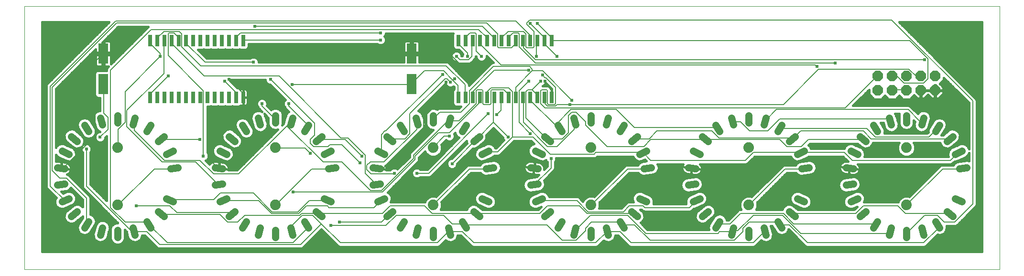
<source format=gtl>
G75*
%MOIN*%
%OFA0B0*%
%FSLAX24Y24*%
%IPPOS*%
%LPD*%
%AMOC8*
5,1,8,0,0,1.08239X$1,22.5*
%
%ADD10C,0.0000*%
%ADD11C,0.0515*%
%ADD12R,0.0260X0.0800*%
%ADD13C,0.0740*%
%ADD14OC8,0.0740*%
%ADD15R,0.0709X0.1417*%
%ADD16C,0.0060*%
%ADD17C,0.0240*%
%ADD18C,0.0160*%
D10*
X000180Y000180D02*
X000180Y018550D01*
X068172Y018550D01*
X068172Y000180D01*
X000180Y000180D01*
D11*
X006680Y002423D02*
X006680Y002937D01*
X005625Y003089D02*
X005481Y002595D01*
X004378Y003098D02*
X004657Y003532D01*
X003852Y004229D02*
X003462Y003892D01*
X002807Y004912D02*
X003276Y005125D01*
X002976Y006147D02*
X002466Y006074D01*
X002466Y007286D02*
X002976Y007213D01*
X003276Y008235D02*
X002807Y008448D01*
X003462Y009468D02*
X003852Y009131D01*
X004657Y009828D02*
X004378Y010262D01*
X005481Y010765D02*
X005625Y010271D01*
X006680Y010423D02*
X006680Y010937D01*
X007879Y010765D02*
X007735Y010271D01*
X008703Y009828D02*
X008982Y010262D01*
X009898Y009468D02*
X009508Y009131D01*
X010084Y008235D02*
X010553Y008448D01*
X013807Y008448D02*
X014276Y008235D01*
X014852Y009131D02*
X014462Y009468D01*
X015378Y010262D02*
X015657Y009828D01*
X016625Y010271D02*
X016481Y010765D01*
X017680Y010937D02*
X017680Y010423D01*
X018735Y010271D02*
X018879Y010765D01*
X019982Y010262D02*
X019703Y009828D01*
X020508Y009131D02*
X020898Y009468D01*
X021553Y008448D02*
X021084Y008235D01*
X021384Y007213D02*
X021894Y007286D01*
X024466Y007286D02*
X024976Y007213D01*
X025276Y008235D02*
X024807Y008448D01*
X025462Y009468D02*
X025852Y009131D01*
X026657Y009828D02*
X026378Y010262D01*
X027481Y010765D02*
X027625Y010271D01*
X028680Y010423D02*
X028680Y010937D01*
X029879Y010765D02*
X029735Y010271D01*
X030703Y009828D02*
X030982Y010262D01*
X031898Y009468D02*
X031508Y009131D01*
X032084Y008235D02*
X032553Y008448D01*
X035807Y008448D02*
X036276Y008235D01*
X036852Y009131D02*
X036462Y009468D01*
X037378Y010262D02*
X037657Y009828D01*
X038625Y010271D02*
X038481Y010765D01*
X039680Y010937D02*
X039680Y010423D01*
X040735Y010271D02*
X040879Y010765D01*
X041982Y010262D02*
X041703Y009828D01*
X042508Y009131D02*
X042898Y009468D01*
X043553Y008448D02*
X043084Y008235D01*
X043384Y007213D02*
X043894Y007286D01*
X046466Y007286D02*
X046976Y007213D01*
X047276Y008235D02*
X046807Y008448D01*
X047462Y009468D02*
X047852Y009131D01*
X048657Y009828D02*
X048378Y010262D01*
X049481Y010765D02*
X049625Y010271D01*
X050680Y010423D02*
X050680Y010937D01*
X051879Y010765D02*
X051735Y010271D01*
X052703Y009828D02*
X052982Y010262D01*
X053898Y009468D02*
X053508Y009131D01*
X054084Y008235D02*
X054553Y008448D01*
X057807Y008448D02*
X058276Y008235D01*
X058852Y009131D02*
X058462Y009468D01*
X059378Y010262D02*
X059657Y009828D01*
X060625Y010271D02*
X060481Y010765D01*
X061680Y010937D02*
X061680Y010423D01*
X062735Y010271D02*
X062879Y010765D01*
X063982Y010262D02*
X063703Y009828D01*
X064508Y009131D02*
X064898Y009468D01*
X065553Y008448D02*
X065084Y008235D01*
X065384Y007213D02*
X065894Y007286D01*
X065084Y005125D02*
X065553Y004912D01*
X064898Y003892D02*
X064508Y004229D01*
X063703Y003532D02*
X063982Y003098D01*
X062879Y002595D02*
X062735Y003089D01*
X061680Y002937D02*
X061680Y002423D01*
X060481Y002595D02*
X060625Y003089D01*
X059657Y003532D02*
X059378Y003098D01*
X058462Y003892D02*
X058852Y004229D01*
X058276Y005125D02*
X057807Y004912D01*
X054553Y004912D02*
X054084Y005125D01*
X053508Y004229D02*
X053898Y003892D01*
X052982Y003098D02*
X052703Y003532D01*
X051735Y003089D02*
X051879Y002595D01*
X050680Y002423D02*
X050680Y002937D01*
X049625Y003089D02*
X049481Y002595D01*
X048378Y003098D02*
X048657Y003532D01*
X047852Y004229D02*
X047462Y003892D01*
X046807Y004912D02*
X047276Y005125D01*
X046976Y006147D02*
X046466Y006074D01*
X043553Y004912D02*
X043084Y005125D01*
X042508Y004229D02*
X042898Y003892D01*
X041982Y003098D02*
X041703Y003532D01*
X040735Y003089D02*
X040879Y002595D01*
X039680Y002423D02*
X039680Y002937D01*
X038625Y003089D02*
X038481Y002595D01*
X037378Y003098D02*
X037657Y003532D01*
X036852Y004229D02*
X036462Y003892D01*
X035807Y004912D02*
X036276Y005125D01*
X035976Y006147D02*
X035466Y006074D01*
X032553Y004912D02*
X032084Y005125D01*
X031508Y004229D02*
X031898Y003892D01*
X030982Y003098D02*
X030703Y003532D01*
X029735Y003089D02*
X029879Y002595D01*
X028680Y002423D02*
X028680Y002937D01*
X027625Y003089D02*
X027481Y002595D01*
X026378Y003098D02*
X026657Y003532D01*
X025852Y004229D02*
X025462Y003892D01*
X024807Y004912D02*
X025276Y005125D01*
X024976Y006147D02*
X024466Y006074D01*
X021553Y004912D02*
X021084Y005125D01*
X020508Y004229D02*
X020898Y003892D01*
X019982Y003098D02*
X019703Y003532D01*
X018735Y003089D02*
X018879Y002595D01*
X017680Y002423D02*
X017680Y002937D01*
X016625Y003089D02*
X016481Y002595D01*
X015378Y003098D02*
X015657Y003532D01*
X014852Y004229D02*
X014462Y003892D01*
X013807Y004912D02*
X014276Y005125D01*
X013976Y006147D02*
X013466Y006074D01*
X010553Y004912D02*
X010084Y005125D01*
X009508Y004229D02*
X009898Y003892D01*
X008982Y003098D02*
X008703Y003532D01*
X007735Y003089D02*
X007879Y002595D01*
X010384Y007213D02*
X010894Y007286D01*
X013466Y007286D02*
X013976Y007213D01*
X032384Y007213D02*
X032894Y007286D01*
X035466Y007286D02*
X035976Y007213D01*
X054384Y007213D02*
X054894Y007286D01*
X057466Y007286D02*
X057976Y007213D01*
X057976Y006147D02*
X057466Y006074D01*
D12*
X036930Y012200D03*
X036430Y012200D03*
X035930Y012200D03*
X035430Y012200D03*
X034930Y012200D03*
X034430Y012200D03*
X033930Y012200D03*
X033430Y012200D03*
X032930Y012200D03*
X032430Y012200D03*
X031930Y012200D03*
X031430Y012200D03*
X030930Y012200D03*
X030430Y012200D03*
X030430Y016160D03*
X030930Y016160D03*
X031430Y016160D03*
X031930Y016160D03*
X032430Y016160D03*
X032930Y016160D03*
X033430Y016160D03*
X033930Y016160D03*
X034430Y016160D03*
X034930Y016160D03*
X035430Y016160D03*
X035930Y016160D03*
X036430Y016160D03*
X036930Y016160D03*
X015430Y016160D03*
X014930Y016160D03*
X014430Y016160D03*
X013930Y016160D03*
X013430Y016160D03*
X012930Y016160D03*
X012430Y016160D03*
X011930Y016160D03*
X011430Y016160D03*
X010930Y016160D03*
X010430Y016160D03*
X009930Y016160D03*
X009430Y016160D03*
X008930Y016160D03*
X008930Y012200D03*
X009430Y012200D03*
X009930Y012200D03*
X010430Y012200D03*
X010930Y012200D03*
X011430Y012200D03*
X011930Y012200D03*
X012430Y012200D03*
X012930Y012200D03*
X013430Y012200D03*
X013930Y012200D03*
X014430Y012200D03*
X014930Y012200D03*
X015430Y012200D03*
D13*
X017680Y008680D03*
X006680Y008680D03*
X006680Y004680D03*
X017680Y004680D03*
X028680Y004680D03*
X039680Y004680D03*
X050680Y004680D03*
X061680Y004680D03*
X061680Y008680D03*
X050680Y008680D03*
X039680Y008680D03*
X028680Y008680D03*
D14*
X059680Y012680D03*
X060680Y012680D03*
X061680Y012680D03*
X062680Y012680D03*
X063680Y012680D03*
X063680Y013680D03*
X062680Y013680D03*
X061680Y013680D03*
X060680Y013680D03*
X059680Y013680D03*
D15*
X027180Y013117D03*
X027180Y015243D03*
X005680Y015243D03*
X005680Y013117D03*
D16*
X005700Y013080D01*
X005700Y011100D01*
X006000Y010800D01*
X006000Y009960D01*
X005460Y009420D01*
X005100Y009480D02*
X005100Y014700D01*
X005640Y015240D01*
X005680Y015243D01*
X008940Y015960D02*
X008940Y016140D01*
X008930Y016160D01*
X008940Y015960D02*
X009660Y015240D01*
X009660Y015060D01*
X007200Y012600D01*
X007200Y010440D01*
X006720Y009960D01*
X006720Y008700D01*
X006680Y008680D01*
X004500Y008580D02*
X004500Y006000D01*
X007620Y002880D01*
X007800Y002880D01*
X007807Y002842D01*
X007860Y002820D01*
X008700Y002820D01*
X009600Y001920D01*
X019440Y001920D01*
X020880Y003360D01*
X020280Y003960D01*
X019560Y003960D01*
X018840Y003240D01*
X018840Y002880D01*
X018807Y002842D01*
X018900Y002040D02*
X019800Y002940D01*
X019800Y003300D01*
X019843Y003315D01*
X020880Y003360D02*
X022200Y002040D01*
X028980Y002040D01*
X029760Y002820D01*
X029807Y002842D01*
X029820Y002820D01*
X030720Y002820D01*
X031500Y002040D01*
X040020Y002040D01*
X040800Y002820D01*
X040807Y002842D01*
X040860Y002820D01*
X041700Y002820D01*
X042480Y002040D01*
X051000Y002040D01*
X051780Y002820D01*
X051807Y002842D01*
X052680Y003480D02*
X052800Y003360D01*
X052843Y003315D01*
X052860Y003300D01*
X053520Y003300D01*
X054780Y002040D01*
X062880Y002040D01*
X063840Y003000D01*
X063840Y003300D01*
X063843Y003315D01*
X064320Y003480D02*
X063840Y003960D01*
X062940Y003960D01*
X061680Y002700D01*
X061680Y002680D01*
X060553Y002842D02*
X060540Y002820D01*
X060420Y002700D01*
X054300Y002700D01*
X053040Y003960D01*
X051000Y003960D01*
X049920Y002880D01*
X049560Y002880D01*
X049553Y002842D01*
X049500Y002820D01*
X048660Y002820D01*
X048540Y002700D01*
X043500Y002700D01*
X042240Y003960D01*
X039660Y003960D01*
X038580Y002880D01*
X038553Y002842D01*
X038640Y002220D02*
X039300Y002880D01*
X039300Y003060D01*
X039720Y003480D01*
X041700Y003480D01*
X041820Y003360D01*
X041843Y003315D01*
X041880Y003300D01*
X042720Y003300D01*
X043800Y002220D01*
X049680Y002220D01*
X050280Y002820D01*
X050280Y003060D01*
X050700Y003480D01*
X052680Y003480D01*
X053100Y004080D02*
X053820Y003360D01*
X059460Y003360D01*
X059517Y003315D01*
X058680Y004620D02*
X058140Y004080D01*
X053760Y004080D01*
X053703Y004061D01*
X053100Y004080D02*
X050100Y004080D01*
X049380Y003360D01*
X048540Y003360D01*
X048517Y003315D01*
X047040Y004980D02*
X046560Y004500D01*
X043440Y004500D01*
X043320Y004620D01*
X042360Y004620D01*
X041940Y004200D01*
X039480Y004200D01*
X038700Y004980D01*
X036060Y004980D01*
X036041Y005018D01*
X036660Y004620D02*
X038880Y004620D01*
X039420Y004080D01*
X042660Y004080D01*
X042703Y004061D01*
X039720Y004680D02*
X039680Y004680D01*
X039720Y004680D02*
X042240Y007200D01*
X043620Y007200D01*
X043639Y007249D01*
X043860Y007800D02*
X043320Y008340D01*
X043319Y008342D01*
X043260Y008340D01*
X040020Y008340D01*
X039900Y008220D01*
X036840Y008220D01*
X035640Y009420D01*
X034200Y009420D01*
X033180Y008400D01*
X032340Y008400D01*
X032319Y008342D01*
X031680Y009240D02*
X030000Y007560D01*
X031200Y007200D02*
X028680Y004680D01*
X028620Y004080D02*
X028080Y004620D01*
X025680Y004620D01*
X025140Y004080D01*
X020760Y004080D01*
X020703Y004061D01*
X020700Y004080D01*
X019500Y004080D01*
X019380Y003960D01*
X015540Y003960D01*
X015060Y003480D01*
X014340Y003480D01*
X013800Y004020D01*
X009720Y004020D01*
X009703Y004061D01*
X010320Y004620D02*
X010800Y004140D01*
X014580Y004140D01*
X014640Y004080D01*
X014657Y004061D01*
X016500Y004980D02*
X017400Y004080D01*
X019320Y004080D01*
X019860Y004620D01*
X021300Y004620D01*
X021420Y004500D01*
X024540Y004500D01*
X025020Y004980D01*
X025041Y005018D01*
X025140Y005580D02*
X018900Y005580D01*
X020040Y004980D02*
X021300Y004980D01*
X021319Y005018D01*
X020040Y004980D02*
X019260Y004200D01*
X017460Y004200D01*
X016140Y005520D01*
X013860Y005520D01*
X013380Y005040D01*
X010320Y005040D01*
X010319Y005018D01*
X010320Y004620D02*
X007980Y004620D01*
X006720Y004680D02*
X006680Y004680D01*
X006720Y004680D02*
X009240Y007200D01*
X010620Y007200D01*
X010639Y007249D01*
X009780Y007680D02*
X012120Y007680D01*
X013680Y006120D01*
X013721Y006111D01*
X013380Y006840D02*
X015120Y006840D01*
X018480Y010200D01*
X018807Y010518D01*
X018780Y010500D01*
X018480Y010200D01*
X021000Y007680D01*
X022320Y007680D01*
X024300Y005700D01*
X025080Y005700D01*
X027300Y007920D01*
X027300Y008160D01*
X029640Y010500D01*
X029760Y010500D01*
X029807Y010518D01*
X029820Y010560D01*
X030480Y010560D01*
X031680Y011760D01*
X031680Y012660D01*
X031740Y012720D01*
X032100Y012720D01*
X032160Y012660D01*
X032160Y011760D01*
X032220Y011700D01*
X032640Y011700D01*
X032700Y011760D01*
X032700Y012660D01*
X032760Y012720D01*
X033600Y012720D01*
X033900Y012420D01*
X033900Y012240D01*
X033930Y012200D01*
X033430Y012200D02*
X033420Y012180D01*
X033420Y011280D01*
X033120Y010980D01*
X032520Y011040D02*
X028380Y006900D01*
X027540Y006900D01*
X025980Y006900D02*
X025920Y006840D01*
X024360Y006840D01*
X024060Y007140D01*
X024060Y007440D01*
X024300Y007680D01*
X025260Y007680D01*
X027540Y009960D01*
X027540Y010500D01*
X027553Y010518D01*
X028680Y010680D02*
X029160Y011160D01*
X030600Y011160D01*
X031200Y011760D01*
X031200Y012660D01*
X032880Y014340D01*
X035400Y014340D01*
X035580Y014160D01*
X035580Y014040D01*
X036300Y014040D01*
X038340Y012000D01*
X038220Y011700D02*
X053100Y011700D01*
X055560Y014160D01*
X061860Y014160D01*
X062340Y013680D01*
X062680Y013680D01*
X062880Y013200D02*
X063180Y013500D01*
X063180Y014880D01*
X061920Y016140D01*
X036960Y016140D01*
X036930Y016160D01*
X036900Y016200D01*
X036900Y016380D01*
X035940Y017340D01*
X035460Y017340D02*
X036420Y016380D01*
X036420Y016200D01*
X036430Y016160D01*
X036480Y016140D01*
X036480Y015900D01*
X037320Y015060D01*
X035880Y015060D02*
X035880Y016140D01*
X035930Y016160D01*
X035430Y016160D02*
X035400Y016200D01*
X035400Y016560D01*
X034440Y017520D01*
X006540Y017520D01*
X001980Y012960D01*
X001980Y006000D01*
X003000Y004980D01*
X003041Y005018D01*
X004500Y005160D02*
X004500Y003360D01*
X004517Y003315D01*
X006180Y004500D02*
X007200Y003480D01*
X008700Y003480D01*
X008820Y003360D01*
X008843Y003315D01*
X008880Y003300D01*
X010140Y002040D01*
X018900Y002040D01*
X021540Y003240D02*
X025380Y003240D01*
X026100Y003960D01*
X029400Y003960D01*
X030000Y003360D01*
X030840Y003360D01*
X030843Y003315D01*
X030900Y003300D01*
X036600Y003300D01*
X037680Y002220D01*
X038640Y002220D01*
X036660Y004620D02*
X036120Y004080D01*
X031740Y004080D01*
X031703Y004061D01*
X031680Y004080D01*
X028620Y004080D01*
X025657Y004061D02*
X025620Y004020D01*
X025080Y003480D01*
X022140Y003480D01*
X020220Y007200D02*
X017700Y004680D01*
X017680Y004680D01*
X016500Y004980D02*
X014100Y004980D01*
X014041Y005018D01*
X013380Y006840D02*
X012420Y007800D01*
X009960Y007800D01*
X007860Y009900D01*
X007860Y010500D01*
X007807Y010518D01*
X007320Y010140D02*
X009780Y007680D01*
X012660Y008100D02*
X012660Y012660D01*
X010200Y015120D01*
X010200Y016620D01*
X010260Y016680D01*
X010620Y016680D01*
X010920Y016380D01*
X010920Y016200D01*
X010930Y016160D01*
X010440Y016140D02*
X010430Y016160D01*
X010440Y016140D02*
X010440Y015960D01*
X012720Y013680D01*
X017940Y013680D01*
X022260Y009360D01*
X022740Y009360D01*
X023940Y008160D01*
X023940Y006900D01*
X024720Y006120D01*
X024721Y006111D01*
X025140Y005580D02*
X027420Y007860D01*
X027420Y008100D01*
X029040Y009720D01*
X029820Y009720D01*
X031920Y011820D01*
X031920Y012180D01*
X031930Y012200D01*
X031440Y012240D02*
X031430Y012200D01*
X031440Y012240D02*
X031440Y012600D01*
X032940Y014100D01*
X035340Y014100D01*
X035580Y014040D02*
X034440Y012900D01*
X034440Y012240D01*
X034430Y012200D01*
X034930Y012200D02*
X034980Y012180D01*
X034980Y010440D01*
X036660Y008760D01*
X037320Y008760D01*
X038520Y009960D01*
X038520Y010500D01*
X038553Y010518D01*
X038640Y011160D02*
X039300Y010500D01*
X039300Y010260D01*
X040800Y008760D01*
X043380Y008760D01*
X043860Y009240D01*
X047640Y009240D01*
X047657Y009299D01*
X047700Y009240D01*
X052860Y009240D01*
X053340Y008760D01*
X054360Y008760D01*
X054840Y009240D01*
X058620Y009240D01*
X058657Y009299D01*
X058680Y009840D02*
X059220Y009300D01*
X064680Y009300D01*
X064703Y009299D01*
X063840Y010020D02*
X063240Y009420D01*
X059520Y009420D01*
X058920Y010020D01*
X052860Y010020D01*
X052843Y010045D01*
X052860Y010680D02*
X052020Y009840D01*
X050760Y009840D01*
X050100Y010500D01*
X049560Y010500D01*
X049553Y010518D01*
X048517Y010045D02*
X048480Y010080D01*
X042720Y010080D01*
X041460Y011340D01*
X038280Y011340D01*
X037200Y010260D01*
X037517Y010045D01*
X037500Y010080D01*
X037380Y010080D01*
X037200Y010260D01*
X035460Y012000D01*
X035460Y012180D01*
X035430Y012200D01*
X035880Y012240D02*
X035880Y012420D01*
X035580Y012720D01*
X036180Y013320D01*
X036480Y013320D02*
X036900Y012900D01*
X036900Y012240D01*
X036930Y012200D01*
X036480Y012180D02*
X036430Y012200D01*
X036480Y012180D02*
X036480Y011760D01*
X036660Y011580D01*
X037200Y011580D01*
X037320Y011700D01*
X038220Y011700D01*
X037200Y011760D02*
X037140Y011700D01*
X036720Y011700D01*
X036660Y011760D01*
X036660Y012660D01*
X036600Y012720D01*
X036240Y012720D01*
X036180Y012660D01*
X036180Y011760D01*
X036480Y011460D01*
X057420Y011460D01*
X059640Y013680D01*
X059680Y013680D01*
X060680Y013680D02*
X061020Y013680D01*
X061500Y013200D01*
X062880Y013200D01*
X062700Y012720D02*
X062680Y012680D01*
X062700Y012720D02*
X063660Y012720D01*
X063680Y012680D01*
X061680Y012720D02*
X061680Y012680D01*
X061680Y012720D02*
X060720Y012720D01*
X060680Y012680D01*
X061800Y011340D02*
X052620Y011340D01*
X051840Y010560D01*
X051807Y010518D01*
X052860Y010680D02*
X060420Y010680D01*
X060540Y010560D01*
X060553Y010518D01*
X061800Y011340D02*
X062580Y010560D01*
X062760Y010560D01*
X062807Y010518D01*
X063843Y010045D02*
X063840Y010020D01*
X058680Y009840D02*
X054300Y009840D01*
X053760Y009300D01*
X053703Y009299D01*
X053700Y009300D01*
X053640Y009360D01*
X048600Y009360D01*
X048120Y009840D01*
X044280Y009840D01*
X043740Y009300D01*
X042720Y009300D01*
X042703Y009299D01*
X038100Y009720D02*
X037680Y009300D01*
X036660Y009300D01*
X036657Y009299D01*
X036600Y009300D01*
X035160Y010740D01*
X035160Y012600D01*
X035280Y012720D01*
X035580Y012720D01*
X035340Y013320D02*
X034680Y012660D01*
X034680Y010440D01*
X035460Y009660D01*
X034200Y009420D02*
X034200Y012600D01*
X033960Y012840D01*
X032700Y012840D01*
X032460Y012600D01*
X032460Y012240D01*
X032430Y012200D01*
X032880Y012180D02*
X032930Y012200D01*
X032880Y012180D02*
X032880Y010440D01*
X033900Y009420D01*
X032880Y010440D02*
X031740Y009300D01*
X031703Y009299D01*
X031680Y009240D01*
X029820Y009480D02*
X029460Y009480D01*
X028680Y008700D01*
X028680Y008680D01*
X027060Y009660D02*
X026700Y009300D01*
X025680Y009300D01*
X025657Y009299D01*
X025320Y009840D02*
X025080Y009600D01*
X025080Y008400D01*
X025041Y008342D01*
X023700Y008100D02*
X022560Y009240D01*
X020760Y009240D01*
X020703Y009299D01*
X020400Y009540D02*
X020100Y009240D01*
X020100Y009000D01*
X020340Y008760D01*
X021360Y008760D01*
X021480Y008880D01*
X022320Y008880D01*
X023580Y007620D01*
X024721Y007249D02*
X024780Y007260D01*
X025200Y007260D01*
X028020Y010080D01*
X028020Y010800D01*
X029580Y012360D01*
X029580Y013260D01*
X029640Y013500D02*
X029880Y013260D01*
X030060Y013380D02*
X030180Y013500D01*
X030060Y013380D02*
X030420Y013020D01*
X030420Y012240D01*
X030430Y012200D01*
X030900Y012240D02*
X030930Y012200D01*
X030900Y012240D02*
X030900Y013080D01*
X029580Y014400D01*
X012480Y014400D01*
X011160Y015720D01*
X011160Y016620D01*
X010980Y016800D01*
X009900Y016800D01*
X009480Y016380D01*
X009480Y016200D01*
X009430Y016160D01*
X009900Y016140D02*
X009930Y016160D01*
X009900Y016140D02*
X009900Y013860D01*
X007320Y011280D01*
X007320Y010140D01*
X005100Y009480D02*
X002880Y007260D01*
X002760Y007260D01*
X002721Y007249D01*
X002100Y007080D02*
X002640Y006540D01*
X003120Y006540D01*
X004500Y005160D01*
X006180Y004500D02*
X006180Y014100D01*
X009000Y016920D01*
X031860Y016920D01*
X032400Y016380D01*
X032400Y016200D01*
X032430Y016160D01*
X031980Y016140D02*
X031980Y015900D01*
X033420Y014460D01*
X055320Y014460D01*
X055440Y014340D01*
X056700Y014580D02*
X035820Y014580D01*
X034680Y015720D01*
X034680Y016620D01*
X034620Y016680D01*
X034260Y016680D01*
X033960Y016380D01*
X033960Y016200D01*
X033930Y016160D01*
X034380Y016140D02*
X034380Y015900D01*
X034140Y015660D01*
X033240Y015660D01*
X033180Y015720D01*
X033180Y016620D01*
X032400Y017400D01*
X006600Y017400D01*
X002100Y012900D01*
X002100Y007080D01*
X009720Y009240D02*
X009703Y009299D01*
X009720Y009240D02*
X012420Y009240D01*
X013380Y008940D02*
X013380Y007560D01*
X013680Y007260D01*
X013721Y007249D01*
X017680Y008680D02*
X017700Y008640D01*
X019740Y008640D01*
X020100Y008280D01*
X020220Y007200D02*
X021600Y007200D01*
X021639Y007249D01*
X020400Y009540D02*
X020400Y010380D01*
X017340Y013440D01*
X018840Y013080D02*
X027180Y013080D01*
X027180Y013117D01*
X027180Y013140D01*
X028080Y014040D01*
X029400Y014040D01*
X030060Y013380D01*
X029640Y013500D02*
X029520Y013500D01*
X027060Y011040D01*
X027060Y009660D01*
X025380Y009840D02*
X025320Y009840D01*
X025380Y009840D02*
X029340Y013800D01*
X030720Y014340D02*
X029820Y015240D01*
X027180Y015240D01*
X027180Y015243D01*
X027180Y015240D02*
X027120Y015180D01*
X016200Y015180D01*
X016140Y014640D02*
X012780Y014640D01*
X011460Y015960D01*
X011460Y016140D01*
X011430Y016160D01*
X014930Y016160D02*
X014940Y016200D01*
X014940Y016380D01*
X015240Y016680D01*
X025020Y016680D01*
X025020Y016200D02*
X015480Y016200D01*
X015430Y016160D01*
X016260Y017160D02*
X032100Y017160D01*
X032880Y016380D01*
X032880Y016200D01*
X032930Y016160D01*
X033430Y016160D02*
X033480Y016200D01*
X033480Y016380D01*
X033900Y016800D01*
X034980Y016800D01*
X035160Y016620D01*
X035160Y015720D01*
X035220Y015660D01*
X035640Y015660D01*
X035700Y015720D01*
X035700Y016800D01*
X035220Y017280D01*
X035220Y017400D01*
X035400Y017580D01*
X060660Y017580D01*
X066300Y011940D01*
X066300Y004740D01*
X065040Y003480D01*
X064320Y003480D01*
X064703Y004061D02*
X064680Y004080D01*
X061620Y004080D01*
X061080Y004620D01*
X058680Y004620D01*
X061680Y004680D02*
X064200Y007200D01*
X065580Y007200D01*
X065639Y007249D01*
X064740Y007800D02*
X065280Y008340D01*
X065319Y008342D01*
X064740Y007800D02*
X057900Y007800D01*
X057360Y008340D01*
X054360Y008340D01*
X054319Y008342D01*
X054300Y008340D01*
X051000Y008340D01*
X050460Y007800D01*
X043860Y007800D01*
X038100Y009720D02*
X038100Y010920D01*
X038340Y011160D01*
X038640Y011160D01*
X037200Y011760D02*
X037200Y012900D01*
X036540Y013560D01*
X036480Y013560D01*
X036300Y013740D01*
X035820Y014820D02*
X062940Y014820D01*
X036900Y007920D02*
X036900Y007260D01*
X035760Y006120D01*
X035721Y006111D01*
X032639Y007249D02*
X032580Y007200D01*
X031200Y007200D01*
X019843Y010045D02*
X019800Y010080D01*
X019800Y010380D01*
X018600Y011580D01*
X018600Y011760D01*
X017640Y010680D02*
X016740Y011580D01*
X016740Y011760D01*
X015430Y012200D02*
X015420Y012240D01*
X015420Y012480D01*
X014460Y013440D01*
X014160Y013320D02*
X014880Y012600D01*
X014880Y012240D01*
X014930Y012200D01*
X015420Y012180D02*
X015430Y012200D01*
X015420Y012180D02*
X015420Y010980D01*
X013380Y008940D01*
X017640Y010680D02*
X017680Y010680D01*
X010200Y013680D02*
X008940Y012420D01*
X008940Y012240D01*
X008930Y012200D01*
X030300Y015060D02*
X030540Y014820D01*
X031140Y014820D01*
X031380Y015060D01*
X031380Y016140D01*
X031430Y016160D01*
X030960Y016200D02*
X030930Y016160D01*
X030960Y016200D02*
X030960Y016380D01*
X031260Y016680D01*
X031620Y016680D01*
X031680Y016620D01*
X031680Y015420D01*
X032040Y015060D01*
X031080Y015060D02*
X031080Y015300D01*
X030480Y015900D01*
X030480Y016140D01*
X030430Y016160D01*
X031930Y016160D02*
X031980Y016140D01*
X034380Y016140D02*
X034430Y016160D01*
X034930Y016160D02*
X034980Y016140D01*
X034980Y015660D01*
X035820Y014820D01*
X035880Y012240D02*
X035930Y012200D01*
X050700Y004680D02*
X053220Y007200D01*
X054600Y007200D01*
X054639Y007249D01*
X047041Y005018D02*
X047040Y004980D01*
X050680Y004680D02*
X050700Y004680D01*
D17*
X036900Y007920D03*
X033900Y009420D03*
X035460Y009660D03*
X033120Y010980D03*
X032520Y011040D03*
X029820Y009480D03*
X023700Y008100D03*
X023580Y007620D03*
X025980Y006900D03*
X027540Y006900D03*
X030000Y007560D03*
X020100Y008280D03*
X012660Y008100D03*
X012420Y009240D03*
X005460Y009420D03*
X004500Y008580D03*
X016740Y011760D03*
X018600Y011760D03*
X018840Y013080D03*
X017340Y013440D03*
X014460Y013440D03*
X014160Y013320D03*
X010200Y013680D03*
X009660Y015060D03*
X016140Y014640D03*
X016200Y015180D03*
X016260Y017160D03*
X025020Y016680D03*
X025020Y016200D03*
X030300Y015060D03*
X031080Y015060D03*
X032040Y015060D03*
X030720Y014340D03*
X029340Y013800D03*
X030180Y013500D03*
X029880Y013260D03*
X029580Y013260D03*
X035340Y013320D03*
X036180Y013320D03*
X036480Y013320D03*
X036300Y013740D03*
X035340Y014100D03*
X035880Y015060D03*
X037320Y015060D03*
X035940Y017340D03*
X035460Y017340D03*
X038340Y012000D03*
X038220Y011700D03*
X055440Y014340D03*
X056700Y014580D03*
X062940Y014820D03*
X022140Y003480D03*
X021540Y003240D03*
X018900Y005580D03*
X007980Y004620D03*
D18*
X006038Y004081D02*
X004770Y004081D01*
X004770Y004017D02*
X004770Y005214D01*
X004729Y005313D01*
X004653Y005389D01*
X003273Y006769D01*
X003174Y006810D01*
X003150Y006810D01*
X003210Y006842D01*
X003265Y006883D01*
X003313Y006932D01*
X003353Y006988D01*
X003383Y007050D01*
X003404Y007116D01*
X003409Y007150D01*
X002721Y007249D01*
X002721Y007249D01*
X003409Y007150D01*
X003413Y007184D01*
X003413Y007253D01*
X003401Y007321D01*
X003379Y007386D01*
X003346Y007447D01*
X003305Y007502D01*
X003256Y007550D01*
X003200Y007590D01*
X003138Y007620D01*
X003072Y007641D01*
X002783Y007682D01*
X002494Y007724D01*
X002425Y007723D01*
X002370Y007713D01*
X002370Y008197D01*
X002376Y008182D01*
X002511Y008037D01*
X003160Y007741D01*
X003357Y007734D01*
X003543Y007804D01*
X003687Y007939D01*
X003769Y008119D01*
X003776Y008316D01*
X003707Y008502D01*
X003572Y008647D01*
X002923Y008942D01*
X002726Y008949D01*
X002540Y008880D01*
X002396Y008745D01*
X002370Y008689D01*
X002370Y012788D01*
X005146Y015564D01*
X005146Y015323D01*
X005600Y015323D01*
X005600Y016018D01*
X006712Y017130D01*
X008828Y017130D01*
X006214Y014516D01*
X006214Y015163D01*
X005760Y015163D01*
X005760Y015323D01*
X005600Y015323D01*
X005600Y015163D01*
X005146Y015163D01*
X005146Y014511D01*
X005158Y014465D01*
X005182Y014424D01*
X005215Y014390D01*
X005256Y014367D01*
X005302Y014354D01*
X005600Y014354D01*
X005600Y015163D01*
X005760Y015163D01*
X005760Y014354D01*
X006052Y014354D01*
X006027Y014329D01*
X005951Y014253D01*
X005910Y014154D01*
X005910Y014066D01*
X003648Y014066D01*
X003806Y014225D02*
X005939Y014225D01*
X005910Y014066D02*
X005278Y014066D01*
X005190Y014029D01*
X005122Y013962D01*
X005086Y013873D01*
X005086Y012361D01*
X005122Y012272D01*
X005190Y012205D01*
X005278Y012168D01*
X005430Y012168D01*
X005430Y011269D01*
X005246Y011215D01*
X005092Y011091D01*
X004997Y010917D01*
X004976Y010720D01*
X005176Y010036D01*
X005300Y009882D01*
X005455Y009797D01*
X005438Y009780D01*
X005388Y009780D01*
X005256Y009725D01*
X005155Y009624D01*
X005100Y009492D01*
X005100Y009348D01*
X005155Y009216D01*
X005256Y009115D01*
X005388Y009060D01*
X005532Y009060D01*
X005664Y009115D01*
X005765Y009216D01*
X005820Y009348D01*
X005820Y009398D01*
X005910Y009488D01*
X005910Y004972D01*
X004770Y006112D01*
X004770Y008341D01*
X004805Y008376D01*
X004860Y008508D01*
X004860Y008652D01*
X004805Y008784D01*
X004704Y008885D01*
X004572Y008940D01*
X004428Y008940D01*
X004296Y008885D01*
X004293Y008882D01*
X004355Y009068D01*
X004341Y009265D01*
X004252Y009442D01*
X003713Y009909D01*
X003526Y009971D01*
X003328Y009957D01*
X003151Y009869D01*
X003022Y009719D01*
X002959Y009531D01*
X002973Y009334D01*
X003062Y009157D01*
X003601Y008690D01*
X003788Y008628D01*
X003986Y008642D01*
X004163Y008730D01*
X004182Y008752D01*
X004140Y008652D01*
X004140Y008508D01*
X004195Y008376D01*
X004230Y008341D01*
X004230Y005946D01*
X004271Y005847D01*
X006683Y003435D01*
X006581Y003435D01*
X006398Y003359D01*
X006258Y003219D01*
X006183Y003036D01*
X006183Y002324D01*
X006258Y002141D01*
X006398Y002001D01*
X006581Y001925D01*
X006779Y001925D01*
X006962Y002001D01*
X007102Y002141D01*
X007177Y002324D01*
X007177Y002941D01*
X007294Y002824D01*
X007429Y002360D01*
X007553Y002206D01*
X007727Y002111D01*
X007924Y002090D01*
X008114Y002145D01*
X008268Y002269D01*
X008363Y002443D01*
X008375Y002550D01*
X008588Y002550D01*
X009371Y001767D01*
X009447Y001691D01*
X009546Y001650D01*
X019494Y001650D01*
X019593Y001691D01*
X020880Y002978D01*
X021971Y001887D01*
X022047Y001811D01*
X022146Y001770D01*
X029034Y001770D01*
X029133Y001811D01*
X029542Y002220D01*
X029553Y002206D01*
X029727Y002111D01*
X029924Y002090D01*
X030114Y002145D01*
X030268Y002269D01*
X030363Y002443D01*
X030375Y002550D01*
X030608Y002550D01*
X031271Y001887D01*
X031347Y001811D01*
X031446Y001770D01*
X040074Y001770D01*
X040173Y001811D01*
X040563Y002201D01*
X040727Y002111D01*
X040924Y002090D01*
X041114Y002145D01*
X041268Y002269D01*
X041363Y002443D01*
X041375Y002550D01*
X041588Y002550D01*
X042251Y001887D01*
X042327Y001811D01*
X042426Y001770D01*
X051054Y001770D01*
X051153Y001811D01*
X051551Y002209D01*
X051553Y002206D01*
X051727Y002111D01*
X051924Y002090D01*
X052114Y002145D01*
X052268Y002269D01*
X052363Y002443D01*
X052384Y002640D01*
X052218Y003210D01*
X052319Y003210D01*
X052616Y002746D01*
X052779Y002633D01*
X052972Y002591D01*
X053167Y002626D01*
X053334Y002733D01*
X053447Y002896D01*
X053464Y002974D01*
X054551Y001887D01*
X054627Y001811D01*
X054726Y001770D01*
X062934Y001770D01*
X063033Y001811D01*
X063842Y002620D01*
X063972Y002591D01*
X064167Y002626D01*
X064334Y002733D01*
X064447Y002896D01*
X064489Y003089D01*
X064467Y003210D01*
X065094Y003210D01*
X065193Y003251D01*
X065269Y003327D01*
X066529Y004587D01*
X066570Y004686D01*
X066570Y011994D01*
X066529Y012093D01*
X066453Y012169D01*
X061182Y017440D01*
X066940Y017440D01*
X066940Y001420D01*
X001420Y001420D01*
X001420Y017440D01*
X006078Y017440D01*
X001827Y013189D01*
X001751Y013113D01*
X001710Y013014D01*
X001710Y005946D01*
X001751Y005847D01*
X002397Y005201D01*
X002376Y005178D01*
X002307Y004993D01*
X002313Y004795D01*
X002396Y004615D01*
X002540Y004480D01*
X002726Y004411D01*
X002923Y004418D01*
X003572Y004713D01*
X003707Y004858D01*
X003776Y005044D01*
X003769Y005241D01*
X003687Y005421D01*
X003543Y005556D01*
X003357Y005626D01*
X003160Y005619D01*
X002873Y005488D01*
X002750Y005612D01*
X003144Y005669D01*
X003315Y005770D01*
X003397Y005881D01*
X004230Y005048D01*
X004230Y004552D01*
X004163Y004630D01*
X003986Y004718D01*
X003788Y004732D01*
X003601Y004670D01*
X003062Y004203D01*
X002973Y004026D01*
X002959Y003829D01*
X003022Y003641D01*
X003151Y003491D01*
X003328Y003403D01*
X003526Y003389D01*
X003713Y003451D01*
X004230Y003899D01*
X004230Y003788D01*
X003906Y003284D01*
X003871Y003089D01*
X003913Y002896D01*
X004026Y002733D01*
X004193Y002626D01*
X004388Y002591D01*
X004581Y002633D01*
X004744Y002746D01*
X005129Y003346D01*
X005164Y003541D01*
X005122Y003734D01*
X005009Y003897D01*
X004842Y004004D01*
X004770Y004017D01*
X004969Y003922D02*
X006196Y003922D01*
X006355Y003764D02*
X005101Y003764D01*
X005150Y003605D02*
X006513Y003605D01*
X006672Y003447D02*
X005975Y003447D01*
X006014Y003415D02*
X005860Y003539D01*
X005670Y003594D01*
X005473Y003573D01*
X005300Y003478D01*
X005176Y003324D01*
X004976Y002640D01*
X004997Y002443D01*
X005092Y002269D01*
X005246Y002145D01*
X005436Y002090D01*
X005633Y002111D01*
X005807Y002206D01*
X005931Y002360D01*
X006131Y003045D01*
X006109Y003241D01*
X006014Y003415D01*
X006084Y003288D02*
X006327Y003288D01*
X006221Y003130D02*
X006121Y003130D01*
X006109Y002971D02*
X006183Y002971D01*
X006183Y002813D02*
X006063Y002813D01*
X006016Y002654D02*
X006183Y002654D01*
X006183Y002496D02*
X005970Y002496D01*
X005912Y002337D02*
X006183Y002337D01*
X006243Y002179D02*
X005756Y002179D01*
X005205Y002179D02*
X001420Y002179D01*
X001420Y002337D02*
X005055Y002337D01*
X004991Y002496D02*
X001420Y002496D01*
X001420Y002654D02*
X004150Y002654D01*
X003971Y002813D02*
X001420Y002813D01*
X001420Y002971D02*
X003897Y002971D01*
X003878Y003130D02*
X001420Y003130D01*
X001420Y003288D02*
X003909Y003288D01*
X004011Y003447D02*
X003699Y003447D01*
X003891Y003605D02*
X004112Y003605D01*
X004074Y003764D02*
X004214Y003764D01*
X005147Y003447D02*
X005274Y003447D01*
X005165Y003288D02*
X005091Y003288D01*
X005119Y003130D02*
X004990Y003130D01*
X005072Y002971D02*
X004888Y002971D01*
X004786Y002813D02*
X005026Y002813D01*
X004980Y002654D02*
X004611Y002654D01*
X003241Y003447D02*
X001420Y003447D01*
X001420Y003605D02*
X003053Y003605D01*
X002981Y003764D02*
X001420Y003764D01*
X001420Y003922D02*
X002966Y003922D01*
X003000Y004081D02*
X001420Y004081D01*
X001420Y004239D02*
X003103Y004239D01*
X003286Y004398D02*
X001420Y004398D01*
X001420Y004556D02*
X002459Y004556D01*
X002350Y004715D02*
X001420Y004715D01*
X001420Y004873D02*
X002311Y004873D01*
X002321Y005032D02*
X001420Y005032D01*
X001420Y005190D02*
X002387Y005190D01*
X002250Y005349D02*
X001420Y005349D01*
X001420Y005507D02*
X002091Y005507D01*
X001933Y005666D02*
X001420Y005666D01*
X001420Y005824D02*
X001774Y005824D01*
X001710Y005983D02*
X001420Y005983D01*
X001420Y006141D02*
X001710Y006141D01*
X001710Y006300D02*
X001420Y006300D01*
X001420Y006458D02*
X001710Y006458D01*
X001710Y006617D02*
X001420Y006617D01*
X001420Y006775D02*
X001710Y006775D01*
X001710Y006934D02*
X001420Y006934D01*
X001420Y007092D02*
X001710Y007092D01*
X001710Y007251D02*
X001420Y007251D01*
X001420Y007409D02*
X001710Y007409D01*
X001710Y007568D02*
X001420Y007568D01*
X001420Y007726D02*
X001710Y007726D01*
X001710Y007885D02*
X001420Y007885D01*
X001420Y008043D02*
X001710Y008043D01*
X001710Y008202D02*
X001420Y008202D01*
X001420Y008360D02*
X001710Y008360D01*
X001710Y008519D02*
X001420Y008519D01*
X001420Y008677D02*
X001710Y008677D01*
X001710Y008836D02*
X001420Y008836D01*
X001420Y008994D02*
X001710Y008994D01*
X001710Y009153D02*
X001420Y009153D01*
X001420Y009311D02*
X001710Y009311D01*
X001710Y009470D02*
X001420Y009470D01*
X001420Y009628D02*
X001710Y009628D01*
X001710Y009787D02*
X001420Y009787D01*
X001420Y009945D02*
X001710Y009945D01*
X001710Y010104D02*
X001420Y010104D01*
X001420Y010262D02*
X001710Y010262D01*
X001710Y010421D02*
X001420Y010421D01*
X001420Y010579D02*
X001710Y010579D01*
X001710Y010738D02*
X001420Y010738D01*
X001420Y010896D02*
X001710Y010896D01*
X001710Y011055D02*
X001420Y011055D01*
X001420Y011213D02*
X001710Y011213D01*
X001710Y011372D02*
X001420Y011372D01*
X001420Y011530D02*
X001710Y011530D01*
X001710Y011689D02*
X001420Y011689D01*
X001420Y011847D02*
X001710Y011847D01*
X001710Y012006D02*
X001420Y012006D01*
X001420Y012164D02*
X001710Y012164D01*
X001710Y012323D02*
X001420Y012323D01*
X001420Y012481D02*
X001710Y012481D01*
X001710Y012640D02*
X001420Y012640D01*
X001420Y012798D02*
X001710Y012798D01*
X001710Y012957D02*
X001420Y012957D01*
X001420Y013115D02*
X001753Y013115D01*
X001827Y013189D02*
X001827Y013189D01*
X001912Y013274D02*
X001420Y013274D01*
X001420Y013432D02*
X002070Y013432D01*
X002229Y013591D02*
X001420Y013591D01*
X001420Y013749D02*
X002387Y013749D01*
X002546Y013908D02*
X001420Y013908D01*
X001420Y014066D02*
X002704Y014066D01*
X002863Y014225D02*
X001420Y014225D01*
X001420Y014383D02*
X003021Y014383D01*
X003180Y014542D02*
X001420Y014542D01*
X001420Y014700D02*
X003338Y014700D01*
X003497Y014859D02*
X001420Y014859D01*
X001420Y015017D02*
X003655Y015017D01*
X003814Y015176D02*
X001420Y015176D01*
X001420Y015334D02*
X003972Y015334D01*
X004131Y015493D02*
X001420Y015493D01*
X001420Y015651D02*
X004289Y015651D01*
X004448Y015810D02*
X001420Y015810D01*
X001420Y015968D02*
X004606Y015968D01*
X004765Y016127D02*
X001420Y016127D01*
X001420Y016285D02*
X004923Y016285D01*
X005082Y016444D02*
X001420Y016444D01*
X001420Y016602D02*
X005240Y016602D01*
X005399Y016761D02*
X001420Y016761D01*
X001420Y016919D02*
X005557Y016919D01*
X005716Y017078D02*
X001420Y017078D01*
X001420Y017236D02*
X005874Y017236D01*
X006033Y017395D02*
X001420Y017395D01*
X005867Y016285D02*
X007983Y016285D01*
X007825Y016127D02*
X006077Y016127D01*
X006058Y016132D02*
X005760Y016132D01*
X005760Y015323D01*
X006214Y015323D01*
X006214Y015975D01*
X006202Y016021D01*
X006178Y016062D01*
X006145Y016096D01*
X006104Y016119D01*
X006058Y016132D01*
X006214Y015968D02*
X007666Y015968D01*
X007508Y015810D02*
X006214Y015810D01*
X006214Y015651D02*
X007349Y015651D01*
X007191Y015493D02*
X006214Y015493D01*
X006214Y015334D02*
X007032Y015334D01*
X006874Y015176D02*
X005760Y015176D01*
X005760Y015334D02*
X005600Y015334D01*
X005600Y015176D02*
X004757Y015176D01*
X004916Y015334D02*
X005146Y015334D01*
X005146Y015493D02*
X005074Y015493D01*
X005600Y015493D02*
X005760Y015493D01*
X005760Y015651D02*
X005600Y015651D01*
X005600Y015810D02*
X005760Y015810D01*
X005760Y015968D02*
X005600Y015968D01*
X005708Y016127D02*
X005760Y016127D01*
X006025Y016444D02*
X008142Y016444D01*
X008300Y016602D02*
X006184Y016602D01*
X006342Y016761D02*
X008459Y016761D01*
X008617Y016919D02*
X006501Y016919D01*
X006659Y017078D02*
X008776Y017078D01*
X012282Y015520D02*
X012608Y015520D01*
X012680Y015550D01*
X012752Y015520D01*
X013108Y015520D01*
X013180Y015550D01*
X013252Y015520D01*
X013608Y015520D01*
X013680Y015550D01*
X013752Y015520D01*
X014108Y015520D01*
X014180Y015550D01*
X014252Y015520D01*
X014608Y015520D01*
X014680Y015550D01*
X014752Y015520D01*
X015108Y015520D01*
X015180Y015550D01*
X015252Y015520D01*
X015608Y015520D01*
X015696Y015557D01*
X015763Y015624D01*
X015800Y015712D01*
X015800Y015930D01*
X024781Y015930D01*
X024816Y015895D01*
X024948Y015840D01*
X025092Y015840D01*
X025224Y015895D01*
X025325Y015996D01*
X025380Y016128D01*
X025380Y016272D01*
X025325Y016404D01*
X025289Y016440D01*
X025325Y016476D01*
X025380Y016608D01*
X025380Y016650D01*
X030078Y016650D01*
X030060Y016608D01*
X030060Y015712D01*
X030097Y015624D01*
X030164Y015557D01*
X030252Y015520D01*
X030478Y015520D01*
X030763Y015235D01*
X030720Y015132D01*
X030720Y015090D01*
X030660Y015090D01*
X030660Y015132D01*
X030605Y015264D01*
X030504Y015365D01*
X030372Y015420D01*
X030228Y015420D01*
X030096Y015365D01*
X029995Y015264D01*
X029940Y015132D01*
X029940Y014988D01*
X029995Y014856D01*
X030096Y014755D01*
X030228Y014700D01*
X027714Y014700D01*
X027714Y014670D02*
X027714Y015163D01*
X027260Y015163D01*
X027260Y015323D01*
X027100Y015323D01*
X027100Y016132D01*
X026802Y016132D01*
X026756Y016119D01*
X026715Y016096D01*
X026682Y016062D01*
X026658Y016021D01*
X026646Y015975D01*
X026646Y015323D01*
X027100Y015323D01*
X027100Y015163D01*
X026646Y015163D01*
X026646Y014670D01*
X016500Y014670D01*
X016500Y014712D01*
X016445Y014844D01*
X016344Y014945D01*
X016212Y015000D01*
X016068Y015000D01*
X015936Y014945D01*
X015901Y014910D01*
X012892Y014910D01*
X012282Y015520D01*
X012309Y015493D02*
X026646Y015493D01*
X026646Y015651D02*
X015775Y015651D01*
X015800Y015810D02*
X026646Y015810D01*
X026646Y015968D02*
X025297Y015968D01*
X025379Y016127D02*
X026783Y016127D01*
X027100Y016127D02*
X027260Y016127D01*
X027260Y016132D02*
X027260Y015323D01*
X027714Y015323D01*
X027714Y015975D01*
X027702Y016021D01*
X027678Y016062D01*
X027645Y016096D01*
X027604Y016119D01*
X027558Y016132D01*
X027260Y016132D01*
X027260Y015968D02*
X027100Y015968D01*
X027100Y015810D02*
X027260Y015810D01*
X027260Y015651D02*
X027100Y015651D01*
X027100Y015493D02*
X027260Y015493D01*
X027260Y015334D02*
X027100Y015334D01*
X027100Y015176D02*
X012626Y015176D01*
X012468Y015334D02*
X026646Y015334D01*
X027260Y015176D02*
X029958Y015176D01*
X029940Y015017D02*
X027714Y015017D01*
X027714Y014859D02*
X029994Y014859D01*
X030228Y014700D02*
X030278Y014700D01*
X030387Y014591D01*
X030486Y014550D01*
X031194Y014550D01*
X031293Y014591D01*
X031369Y014667D01*
X031609Y014907D01*
X031650Y015006D01*
X031650Y015068D01*
X031680Y015038D01*
X031680Y014988D01*
X031735Y014856D01*
X031836Y014755D01*
X031968Y014700D01*
X031402Y014700D01*
X031560Y014859D02*
X031734Y014859D01*
X031680Y015017D02*
X031650Y015017D01*
X032112Y014700D02*
X032244Y014755D01*
X032345Y014856D01*
X032400Y014988D01*
X032400Y015098D01*
X032888Y014610D01*
X032826Y014610D01*
X032727Y014569D01*
X031170Y013012D01*
X031170Y013134D01*
X031129Y013233D01*
X029809Y014553D01*
X029733Y014629D01*
X029634Y014670D01*
X027714Y014670D01*
X026646Y014700D02*
X016500Y014700D01*
X016431Y014859D02*
X026646Y014859D01*
X026646Y015017D02*
X012785Y015017D01*
X014512Y013410D02*
X016980Y013410D01*
X016980Y013368D01*
X017035Y013236D01*
X017136Y013135D01*
X017268Y013080D01*
X017318Y013080D01*
X018365Y012034D01*
X018295Y011964D01*
X018240Y011832D01*
X018240Y011688D01*
X018295Y011556D01*
X018334Y011517D01*
X018371Y011427D01*
X018612Y011186D01*
X018553Y011154D01*
X018429Y011000D01*
X018236Y010338D01*
X018146Y010248D01*
X018177Y010324D01*
X018177Y011036D01*
X018102Y011219D01*
X017962Y011359D01*
X017779Y011435D01*
X017581Y011435D01*
X017398Y011359D01*
X017370Y011331D01*
X017075Y011627D01*
X017100Y011688D01*
X017100Y011832D01*
X017045Y011964D01*
X016944Y012065D01*
X016812Y012120D01*
X016668Y012120D01*
X016536Y012065D01*
X016435Y011964D01*
X016380Y011832D01*
X016380Y011688D01*
X016435Y011556D01*
X016474Y011517D01*
X016511Y011427D01*
X016757Y011181D01*
X016633Y011249D01*
X016436Y011270D01*
X016246Y011215D01*
X016092Y011091D01*
X015997Y010917D01*
X015976Y010720D01*
X016176Y010036D01*
X016300Y009882D01*
X016473Y009787D01*
X016670Y009766D01*
X016860Y009821D01*
X017014Y009945D01*
X017533Y009945D01*
X017581Y009925D02*
X017779Y009925D01*
X017854Y009956D01*
X015008Y007110D01*
X014402Y007110D01*
X014404Y007116D01*
X014409Y007150D01*
X013721Y007249D01*
X013721Y007249D01*
X014409Y007150D01*
X014413Y007184D01*
X014413Y007253D01*
X014401Y007321D01*
X014379Y007386D01*
X014346Y007447D01*
X014305Y007502D01*
X014256Y007550D01*
X014200Y007590D01*
X014138Y007620D01*
X014072Y007641D01*
X013783Y007682D01*
X013494Y007724D01*
X013425Y007723D01*
X013357Y007711D01*
X013292Y007689D01*
X013231Y007657D01*
X013176Y007616D01*
X013128Y007566D01*
X013090Y007512D01*
X012824Y007778D01*
X012864Y007795D01*
X012965Y007896D01*
X013020Y008028D01*
X013020Y008172D01*
X012965Y008304D01*
X012930Y008339D01*
X012930Y011560D01*
X013108Y011560D01*
X013180Y011590D01*
X013252Y011560D01*
X013608Y011560D01*
X013680Y011590D01*
X013752Y011560D01*
X014108Y011560D01*
X014180Y011590D01*
X014252Y011560D01*
X014608Y011560D01*
X014680Y011590D01*
X014752Y011560D01*
X015108Y011560D01*
X015196Y011597D01*
X015231Y011632D01*
X015276Y011620D01*
X015430Y011620D01*
X015584Y011620D01*
X015629Y011632D01*
X015671Y011656D01*
X015704Y011689D01*
X015728Y011731D01*
X015740Y011776D01*
X015740Y012200D01*
X015740Y012624D01*
X015728Y012669D01*
X015704Y012711D01*
X015671Y012744D01*
X015629Y012768D01*
X015584Y012780D01*
X015430Y012780D01*
X015430Y012200D01*
X015430Y012200D01*
X015740Y012200D01*
X015430Y012200D01*
X015430Y012200D01*
X015430Y012780D01*
X015276Y012780D01*
X015231Y012768D01*
X015196Y012803D01*
X015108Y012840D01*
X015022Y012840D01*
X014520Y013342D01*
X014520Y013392D01*
X014512Y013410D01*
X014588Y013274D02*
X017019Y013274D01*
X017184Y013115D02*
X014747Y013115D01*
X014905Y012957D02*
X017442Y012957D01*
X017600Y012798D02*
X015201Y012798D01*
X015430Y012640D02*
X015430Y012640D01*
X015430Y012481D02*
X015430Y012481D01*
X015430Y012323D02*
X015430Y012323D01*
X015430Y012200D02*
X015430Y011620D01*
X015430Y012200D01*
X015430Y012200D01*
X015430Y012164D02*
X015430Y012164D01*
X015430Y012006D02*
X015430Y012006D01*
X015430Y011847D02*
X015430Y011847D01*
X015430Y011689D02*
X015430Y011689D01*
X015703Y011689D02*
X016380Y011689D01*
X016386Y011847D02*
X015740Y011847D01*
X015740Y012006D02*
X016476Y012006D01*
X017004Y012006D02*
X018336Y012006D01*
X018246Y011847D02*
X017094Y011847D01*
X017100Y011689D02*
X018240Y011689D01*
X018321Y011530D02*
X017172Y011530D01*
X017330Y011372D02*
X017428Y011372D01*
X017932Y011372D02*
X018427Y011372D01*
X018585Y011213D02*
X018104Y011213D01*
X018170Y011055D02*
X018474Y011055D01*
X018399Y010896D02*
X018177Y010896D01*
X018177Y010738D02*
X018353Y010738D01*
X018306Y010579D02*
X018177Y010579D01*
X018177Y010421D02*
X018260Y010421D01*
X018160Y010262D02*
X018152Y010262D01*
X017581Y009925D02*
X017398Y010001D01*
X017258Y010141D01*
X017183Y010324D01*
X017183Y010756D01*
X016898Y011040D01*
X016931Y011000D01*
X017131Y010315D01*
X017109Y010119D01*
X017014Y009945D01*
X017101Y010104D02*
X017295Y010104D01*
X017208Y010262D02*
X017125Y010262D01*
X017100Y010421D02*
X017183Y010421D01*
X017183Y010579D02*
X017054Y010579D01*
X017007Y010738D02*
X017183Y010738D01*
X017042Y010896D02*
X016961Y010896D01*
X016072Y011055D02*
X012930Y011055D01*
X012930Y011213D02*
X016244Y011213D01*
X016567Y011372D02*
X012930Y011372D01*
X012930Y011530D02*
X016461Y011530D01*
X016699Y011213D02*
X016725Y011213D01*
X015995Y010896D02*
X012930Y010896D01*
X012930Y010738D02*
X015214Y010738D01*
X015193Y010734D02*
X015026Y010627D01*
X014913Y010464D01*
X014871Y010271D01*
X014906Y010076D01*
X015291Y009476D01*
X015454Y009363D01*
X015647Y009321D01*
X015842Y009356D01*
X016009Y009463D01*
X016122Y009626D01*
X016164Y009819D01*
X016129Y010014D01*
X015744Y010614D01*
X015581Y010727D01*
X015388Y010769D01*
X015193Y010734D01*
X014993Y010579D02*
X012930Y010579D01*
X012930Y010421D02*
X014904Y010421D01*
X014873Y010262D02*
X012930Y010262D01*
X012930Y010104D02*
X014901Y010104D01*
X014990Y009945D02*
X014605Y009945D01*
X014526Y009971D02*
X014328Y009957D01*
X014151Y009869D01*
X014022Y009719D01*
X013959Y009531D01*
X013973Y009334D01*
X014062Y009157D01*
X014601Y008690D01*
X014788Y008628D01*
X014986Y008642D01*
X015163Y008730D01*
X015292Y008880D01*
X015355Y009068D01*
X015341Y009265D01*
X015252Y009442D01*
X014713Y009909D01*
X014526Y009971D01*
X014304Y009945D02*
X012930Y009945D01*
X012930Y009787D02*
X014080Y009787D01*
X013991Y009628D02*
X012930Y009628D01*
X012930Y009470D02*
X013964Y009470D01*
X013985Y009311D02*
X012930Y009311D01*
X012930Y009153D02*
X014067Y009153D01*
X014250Y008994D02*
X012930Y008994D01*
X012930Y008836D02*
X013493Y008836D01*
X013540Y008880D02*
X013396Y008745D01*
X013313Y008565D01*
X013307Y008367D01*
X013376Y008182D01*
X013511Y008037D01*
X014160Y007741D01*
X014357Y007734D01*
X014543Y007804D01*
X014687Y007939D01*
X014769Y008119D01*
X014776Y008316D01*
X014707Y008502D01*
X014572Y008647D01*
X013923Y008942D01*
X013726Y008949D01*
X013540Y008880D01*
X013365Y008677D02*
X012930Y008677D01*
X012930Y008519D02*
X013312Y008519D01*
X013309Y008360D02*
X012930Y008360D01*
X013008Y008202D02*
X013368Y008202D01*
X013505Y008043D02*
X013020Y008043D01*
X012954Y007885D02*
X013845Y007885D01*
X013783Y007682D02*
X013721Y007249D01*
X013721Y007249D01*
X013783Y007682D01*
X013767Y007568D02*
X013767Y007568D01*
X013744Y007409D02*
X013744Y007409D01*
X013721Y007251D02*
X013721Y007251D01*
X014367Y007409D02*
X015307Y007409D01*
X015149Y007251D02*
X014413Y007251D01*
X014231Y007568D02*
X015466Y007568D01*
X015624Y007726D02*
X012876Y007726D01*
X013034Y007568D02*
X013129Y007568D01*
X014629Y007885D02*
X015783Y007885D01*
X015941Y008043D02*
X014735Y008043D01*
X014772Y008202D02*
X016100Y008202D01*
X016258Y008360D02*
X014760Y008360D01*
X014691Y008519D02*
X016417Y008519D01*
X016575Y008677D02*
X015056Y008677D01*
X015254Y008836D02*
X016734Y008836D01*
X016892Y008994D02*
X015330Y008994D01*
X015349Y009153D02*
X017051Y009153D01*
X017209Y009311D02*
X015318Y009311D01*
X015301Y009470D02*
X015220Y009470D01*
X015194Y009628D02*
X015037Y009628D01*
X015092Y009787D02*
X014855Y009787D01*
X016013Y009470D02*
X017368Y009470D01*
X017526Y009628D02*
X016122Y009628D01*
X016157Y009787D02*
X016477Y009787D01*
X016742Y009787D02*
X017685Y009787D01*
X017827Y009945D02*
X017843Y009945D01*
X016249Y009945D02*
X016141Y009945D01*
X016156Y010104D02*
X016071Y010104D01*
X016110Y010262D02*
X015969Y010262D01*
X016063Y010421D02*
X015868Y010421D01*
X015766Y010579D02*
X016017Y010579D01*
X015977Y010738D02*
X015531Y010738D01*
X015740Y012164D02*
X018234Y012164D01*
X018076Y012323D02*
X015740Y012323D01*
X015740Y012481D02*
X017917Y012481D01*
X017759Y012640D02*
X015736Y012640D01*
X006715Y015017D02*
X006214Y015017D01*
X006214Y014859D02*
X006557Y014859D01*
X006398Y014700D02*
X006214Y014700D01*
X006214Y014542D02*
X006240Y014542D01*
X005760Y014542D02*
X005600Y014542D01*
X005600Y014700D02*
X005760Y014700D01*
X005760Y014859D02*
X005600Y014859D01*
X005600Y015017D02*
X005760Y015017D01*
X005146Y015017D02*
X004599Y015017D01*
X004440Y014859D02*
X005146Y014859D01*
X005146Y014700D02*
X004282Y014700D01*
X004123Y014542D02*
X005146Y014542D01*
X005228Y014383D02*
X003965Y014383D01*
X003489Y013908D02*
X005100Y013908D01*
X005086Y013749D02*
X003331Y013749D01*
X003172Y013591D02*
X005086Y013591D01*
X005086Y013432D02*
X003014Y013432D01*
X002855Y013274D02*
X005086Y013274D01*
X005086Y013115D02*
X002697Y013115D01*
X002538Y012957D02*
X005086Y012957D01*
X005086Y012798D02*
X002380Y012798D01*
X002370Y012640D02*
X005086Y012640D01*
X005086Y012481D02*
X002370Y012481D01*
X002370Y012323D02*
X005101Y012323D01*
X005430Y012164D02*
X002370Y012164D01*
X002370Y012006D02*
X005430Y012006D01*
X005430Y011847D02*
X002370Y011847D01*
X002370Y011689D02*
X005430Y011689D01*
X005430Y011530D02*
X002370Y011530D01*
X002370Y011372D02*
X005430Y011372D01*
X005244Y011213D02*
X002370Y011213D01*
X002370Y011055D02*
X005072Y011055D01*
X004995Y010896D02*
X002370Y010896D01*
X002370Y010738D02*
X004214Y010738D01*
X004193Y010734D02*
X004026Y010627D01*
X003913Y010464D01*
X003871Y010271D01*
X003906Y010076D01*
X004291Y009476D01*
X004454Y009363D01*
X004647Y009321D01*
X004842Y009356D01*
X005009Y009463D01*
X005122Y009626D01*
X005164Y009819D01*
X005129Y010014D01*
X004744Y010614D01*
X004581Y010727D01*
X004388Y010769D01*
X004193Y010734D01*
X003993Y010579D02*
X002370Y010579D01*
X002370Y010421D02*
X003904Y010421D01*
X003873Y010262D02*
X002370Y010262D01*
X002370Y010104D02*
X003901Y010104D01*
X003990Y009945D02*
X003605Y009945D01*
X003855Y009787D02*
X004092Y009787D01*
X004037Y009628D02*
X004194Y009628D01*
X004220Y009470D02*
X004301Y009470D01*
X004318Y009311D02*
X005115Y009311D01*
X005100Y009470D02*
X005013Y009470D01*
X005122Y009628D02*
X005159Y009628D01*
X005157Y009787D02*
X005445Y009787D01*
X005249Y009945D02*
X005141Y009945D01*
X005156Y010104D02*
X005071Y010104D01*
X005110Y010262D02*
X004969Y010262D01*
X005063Y010421D02*
X004868Y010421D01*
X004766Y010579D02*
X005017Y010579D01*
X004977Y010738D02*
X004531Y010738D01*
X003304Y009945D02*
X002370Y009945D01*
X002370Y009787D02*
X003080Y009787D01*
X002991Y009628D02*
X002370Y009628D01*
X002370Y009470D02*
X002964Y009470D01*
X002985Y009311D02*
X002370Y009311D01*
X002370Y009153D02*
X003067Y009153D01*
X003250Y008994D02*
X002370Y008994D01*
X002370Y008836D02*
X002493Y008836D01*
X003157Y008836D02*
X003433Y008836D01*
X003505Y008677D02*
X003640Y008677D01*
X003691Y008519D02*
X004140Y008519D01*
X004151Y008677D02*
X004056Y008677D01*
X004330Y008994D02*
X005910Y008994D01*
X005910Y008836D02*
X004754Y008836D01*
X004849Y008677D02*
X005910Y008677D01*
X005910Y008519D02*
X004860Y008519D01*
X004789Y008360D02*
X005910Y008360D01*
X005910Y008202D02*
X004770Y008202D01*
X004770Y008043D02*
X005910Y008043D01*
X005910Y007885D02*
X004770Y007885D01*
X004770Y007726D02*
X005910Y007726D01*
X005910Y007568D02*
X004770Y007568D01*
X004770Y007409D02*
X005910Y007409D01*
X005910Y007251D02*
X004770Y007251D01*
X004770Y007092D02*
X005910Y007092D01*
X005910Y006934D02*
X004770Y006934D01*
X004770Y006775D02*
X005910Y006775D01*
X005910Y006617D02*
X004770Y006617D01*
X004770Y006458D02*
X005910Y006458D01*
X005910Y006300D02*
X004770Y006300D01*
X004770Y006141D02*
X005910Y006141D01*
X005910Y005983D02*
X004899Y005983D01*
X005058Y005824D02*
X005910Y005824D01*
X005910Y005666D02*
X005216Y005666D01*
X005375Y005507D02*
X005910Y005507D01*
X005910Y005349D02*
X005533Y005349D01*
X005692Y005190D02*
X005910Y005190D01*
X005910Y005032D02*
X005850Y005032D01*
X005245Y004873D02*
X004770Y004873D01*
X004770Y004715D02*
X005404Y004715D01*
X005562Y004556D02*
X004770Y004556D01*
X004770Y004398D02*
X005721Y004398D01*
X005879Y004239D02*
X004770Y004239D01*
X004230Y004556D02*
X004227Y004556D01*
X004230Y004715D02*
X003993Y004715D01*
X003735Y004715D02*
X003573Y004715D01*
X003469Y004556D02*
X003227Y004556D01*
X003713Y004873D02*
X004230Y004873D01*
X004230Y005032D02*
X003772Y005032D01*
X003771Y005190D02*
X004088Y005190D01*
X003930Y005349D02*
X003721Y005349D01*
X003771Y005507D02*
X003596Y005507D01*
X003613Y005666D02*
X003119Y005666D01*
X002914Y005507D02*
X002855Y005507D01*
X003355Y005824D02*
X003454Y005824D01*
X004059Y005983D02*
X004230Y005983D01*
X004230Y006141D02*
X003901Y006141D01*
X003742Y006300D02*
X004230Y006300D01*
X004230Y006458D02*
X003584Y006458D01*
X003425Y006617D02*
X004230Y006617D01*
X004230Y006775D02*
X003258Y006775D01*
X003314Y006934D02*
X004230Y006934D01*
X004230Y007092D02*
X003396Y007092D01*
X003413Y007251D02*
X004230Y007251D01*
X004230Y007409D02*
X003367Y007409D01*
X003231Y007568D02*
X004230Y007568D01*
X004230Y007726D02*
X002370Y007726D01*
X002370Y007885D02*
X002845Y007885D01*
X002783Y007682D02*
X002721Y007249D01*
X002721Y007249D01*
X002783Y007682D01*
X002767Y007568D02*
X002767Y007568D01*
X002744Y007409D02*
X002744Y007409D01*
X002721Y007251D02*
X002721Y007251D01*
X003629Y007885D02*
X004230Y007885D01*
X004230Y008043D02*
X003735Y008043D01*
X003772Y008202D02*
X004230Y008202D01*
X004211Y008360D02*
X003760Y008360D01*
X002505Y008043D02*
X002370Y008043D01*
X004349Y009153D02*
X005218Y009153D01*
X005702Y009153D02*
X005910Y009153D01*
X005910Y009311D02*
X005805Y009311D01*
X005891Y009470D02*
X005910Y009470D01*
X014157Y008836D02*
X014433Y008836D01*
X014505Y008677D02*
X014640Y008677D01*
X024721Y007249D02*
X025409Y007150D01*
X024721Y007249D01*
X024721Y007249D01*
X025357Y007428D02*
X025413Y007451D01*
X025489Y007527D01*
X027751Y009789D01*
X027860Y009821D01*
X028014Y009945D01*
X028533Y009945D01*
X028581Y009925D02*
X028683Y009925D01*
X027071Y008313D01*
X027030Y008214D01*
X027030Y008032D01*
X026194Y007195D01*
X026184Y007205D01*
X026052Y007260D01*
X025908Y007260D01*
X025776Y007205D01*
X025681Y007110D01*
X025402Y007110D01*
X025404Y007116D01*
X025409Y007150D01*
X025413Y007184D01*
X025413Y007253D01*
X025401Y007321D01*
X025379Y007386D01*
X025357Y007428D01*
X025367Y007409D02*
X026407Y007409D01*
X026249Y007251D02*
X026074Y007251D01*
X025886Y007251D02*
X025413Y007251D01*
X025529Y007568D02*
X026566Y007568D01*
X026724Y007726D02*
X025688Y007726D01*
X025846Y007885D02*
X026883Y007885D01*
X027030Y008043D02*
X026005Y008043D01*
X026163Y008202D02*
X027030Y008202D01*
X027118Y008360D02*
X026322Y008360D01*
X026480Y008519D02*
X027277Y008519D01*
X027435Y008677D02*
X026639Y008677D01*
X026797Y008836D02*
X027594Y008836D01*
X027752Y008994D02*
X026956Y008994D01*
X027114Y009153D02*
X027911Y009153D01*
X028069Y009311D02*
X027273Y009311D01*
X027431Y009470D02*
X028228Y009470D01*
X028386Y009628D02*
X027590Y009628D01*
X027748Y009787D02*
X028545Y009787D01*
X028581Y009925D02*
X028398Y010001D01*
X028258Y010141D01*
X028183Y010324D01*
X028183Y011036D01*
X028258Y011219D01*
X028398Y011359D01*
X028581Y011435D01*
X028779Y011435D01*
X028962Y011359D01*
X028970Y011351D01*
X029007Y011389D01*
X029106Y011430D01*
X030488Y011430D01*
X030626Y011567D01*
X030608Y011560D01*
X030252Y011560D01*
X030164Y011597D01*
X030097Y011664D01*
X030060Y011752D01*
X030060Y012648D01*
X030097Y012736D01*
X030150Y012789D01*
X030150Y012908D01*
X030094Y012965D01*
X030084Y012955D01*
X029952Y012900D01*
X029808Y012900D01*
X029676Y012955D01*
X029575Y013056D01*
X029541Y013139D01*
X027644Y011243D01*
X027807Y011154D01*
X027931Y011000D01*
X028131Y010315D01*
X028109Y010119D01*
X028014Y009945D01*
X028101Y010104D02*
X028295Y010104D01*
X028208Y010262D02*
X028125Y010262D01*
X028100Y010421D02*
X028183Y010421D01*
X028183Y010579D02*
X028054Y010579D01*
X028007Y010738D02*
X028183Y010738D01*
X028183Y010896D02*
X027961Y010896D01*
X027886Y011055D02*
X028190Y011055D01*
X028256Y011213D02*
X027699Y011213D01*
X027773Y011372D02*
X028428Y011372D01*
X028090Y011689D02*
X030086Y011689D01*
X030060Y011847D02*
X028249Y011847D01*
X028407Y012006D02*
X030060Y012006D01*
X030060Y012164D02*
X028566Y012164D01*
X028724Y012323D02*
X030060Y012323D01*
X030060Y012481D02*
X028883Y012481D01*
X029041Y012640D02*
X030060Y012640D01*
X030150Y012798D02*
X029200Y012798D01*
X029358Y012957D02*
X029674Y012957D01*
X029550Y013115D02*
X029517Y013115D01*
X030086Y012957D02*
X030102Y012957D01*
X031170Y013115D02*
X031273Y013115D01*
X031432Y013274D02*
X031088Y013274D01*
X030930Y013432D02*
X031590Y013432D01*
X031749Y013591D02*
X030771Y013591D01*
X030613Y013749D02*
X031907Y013749D01*
X032066Y013908D02*
X030454Y013908D01*
X030296Y014066D02*
X032224Y014066D01*
X032383Y014225D02*
X030137Y014225D01*
X029979Y014383D02*
X032541Y014383D01*
X032700Y014542D02*
X029820Y014542D01*
X029809Y014553D02*
X029809Y014553D01*
X030642Y015176D02*
X030738Y015176D01*
X030664Y015334D02*
X030535Y015334D01*
X030506Y015493D02*
X027714Y015493D01*
X027714Y015651D02*
X030085Y015651D01*
X030060Y015810D02*
X027714Y015810D01*
X027714Y015968D02*
X030060Y015968D01*
X030060Y016127D02*
X027577Y016127D01*
X025374Y016285D02*
X030060Y016285D01*
X030060Y016444D02*
X025293Y016444D01*
X025377Y016602D02*
X030060Y016602D01*
X030065Y015334D02*
X027714Y015334D01*
X031968Y014700D02*
X032112Y014700D01*
X032798Y014700D01*
X032640Y014859D02*
X032346Y014859D01*
X032400Y015017D02*
X032481Y015017D01*
X036324Y012990D02*
X036384Y013015D01*
X036485Y013116D01*
X036519Y013199D01*
X036930Y012788D01*
X036930Y012200D01*
X036930Y012714D01*
X036930Y012780D01*
X036903Y012780D01*
X036889Y012813D01*
X036829Y012873D01*
X036753Y012949D01*
X036654Y012990D01*
X036324Y012990D01*
X036484Y013115D02*
X036603Y013115D01*
X036735Y012957D02*
X036762Y012957D01*
X036895Y012798D02*
X036920Y012798D01*
X036930Y012714D02*
X036930Y012714D01*
X036930Y012640D02*
X036930Y012640D01*
X036930Y012481D02*
X036930Y012481D01*
X036930Y012323D02*
X036930Y012323D01*
X036930Y012200D02*
X036930Y012200D01*
X030588Y011530D02*
X027932Y011530D01*
X028932Y011372D02*
X028990Y011372D01*
X032389Y009567D02*
X032880Y010058D01*
X033540Y009398D01*
X033540Y009348D01*
X033595Y009216D01*
X033605Y009206D01*
X033068Y008670D01*
X032999Y008670D01*
X032964Y008745D01*
X032820Y008880D01*
X032634Y008949D01*
X032437Y008942D01*
X031788Y008647D01*
X031653Y008502D01*
X031584Y008316D01*
X031591Y008119D01*
X031673Y007939D01*
X031817Y007804D01*
X032003Y007734D01*
X032200Y007741D01*
X032849Y008037D01*
X032936Y008130D01*
X033234Y008130D01*
X033333Y008171D01*
X033409Y008247D01*
X034312Y009150D01*
X035528Y009150D01*
X035729Y008949D01*
X035726Y008949D01*
X035540Y008880D01*
X035396Y008745D01*
X035313Y008565D01*
X035307Y008367D01*
X035376Y008182D01*
X035511Y008037D01*
X036160Y007741D01*
X036357Y007734D01*
X036543Y007804D01*
X036554Y007814D01*
X036595Y007716D01*
X036630Y007681D01*
X036630Y007372D01*
X036409Y007150D01*
X036413Y007184D01*
X036413Y007253D01*
X036401Y007321D01*
X036379Y007386D01*
X036346Y007447D01*
X036305Y007502D01*
X036256Y007550D01*
X036200Y007590D01*
X036138Y007620D01*
X036072Y007641D01*
X035783Y007682D01*
X035494Y007724D01*
X035425Y007723D01*
X035357Y007711D01*
X035292Y007689D01*
X035231Y007657D01*
X035176Y007616D01*
X035128Y007566D01*
X035089Y007510D01*
X035058Y007448D01*
X035038Y007382D01*
X035033Y007348D01*
X035028Y007314D01*
X035029Y007245D01*
X035041Y007178D01*
X035063Y007112D01*
X035095Y007051D01*
X035136Y006996D01*
X035186Y006948D01*
X035242Y006909D01*
X035304Y006878D01*
X035369Y006858D01*
X035658Y006816D01*
X035721Y007249D01*
X035658Y006816D01*
X035947Y006775D01*
X036016Y006776D01*
X036037Y006779D01*
X035897Y006639D01*
X035297Y006552D01*
X035127Y006451D01*
X035008Y006293D01*
X034959Y006101D01*
X034988Y005905D01*
X035089Y005735D01*
X035247Y005616D01*
X035439Y005568D01*
X036144Y005669D01*
X036315Y005770D01*
X036433Y005929D01*
X036482Y006120D01*
X036454Y006316D01*
X036411Y006389D01*
X037129Y007107D01*
X037170Y007206D01*
X037170Y007681D01*
X037205Y007716D01*
X037260Y007848D01*
X037260Y007950D01*
X039954Y007950D01*
X040053Y007991D01*
X040129Y008067D01*
X040132Y008070D01*
X042613Y008070D01*
X042673Y007939D01*
X042817Y007804D01*
X043003Y007734D01*
X043200Y007741D01*
X043432Y007847D01*
X043541Y007738D01*
X043216Y007691D01*
X043045Y007590D01*
X042956Y007470D01*
X042186Y007470D01*
X042087Y007429D01*
X039905Y005247D01*
X039801Y005290D01*
X039559Y005290D01*
X039334Y005197D01*
X039163Y005026D01*
X039126Y004936D01*
X038853Y005209D01*
X038754Y005250D01*
X036766Y005250D01*
X036687Y005421D01*
X036543Y005556D01*
X036357Y005626D01*
X036160Y005619D01*
X035511Y005323D01*
X035376Y005178D01*
X035307Y004993D01*
X035313Y004795D01*
X035396Y004615D01*
X035540Y004480D01*
X035726Y004411D01*
X035923Y004418D01*
X036204Y004546D01*
X036008Y004350D01*
X032129Y004350D01*
X031759Y004670D01*
X031572Y004732D01*
X031374Y004718D01*
X031197Y004630D01*
X031068Y004480D01*
X031024Y004350D01*
X029204Y004350D01*
X029290Y004559D01*
X029290Y004801D01*
X029259Y004877D01*
X031312Y006930D01*
X031974Y006930D01*
X032007Y006873D01*
X032166Y006755D01*
X032357Y006706D01*
X033063Y006808D01*
X033233Y006909D01*
X033352Y007067D01*
X033401Y007259D01*
X033372Y007455D01*
X033271Y007625D01*
X033113Y007744D01*
X032921Y007792D01*
X032216Y007691D01*
X032045Y007590D01*
X031956Y007470D01*
X031146Y007470D01*
X031047Y007429D01*
X028877Y005259D01*
X028801Y005290D01*
X028559Y005290D01*
X028334Y005197D01*
X028163Y005026D01*
X028107Y004890D01*
X025719Y004890D01*
X025776Y005044D01*
X025769Y005241D01*
X025687Y005421D01*
X025543Y005556D01*
X025510Y005569D01*
X027649Y007707D01*
X027690Y007806D01*
X027690Y007988D01*
X028126Y008424D01*
X028163Y008334D01*
X028334Y008163D01*
X028559Y008070D01*
X028801Y008070D01*
X029026Y008163D01*
X029197Y008334D01*
X029290Y008559D01*
X029290Y008801D01*
X029253Y008891D01*
X029572Y009210D01*
X029581Y009210D01*
X029616Y009175D01*
X029748Y009120D01*
X029892Y009120D01*
X030024Y009175D01*
X030125Y009276D01*
X030180Y009408D01*
X030180Y009552D01*
X030137Y009655D01*
X030215Y009733D01*
X030238Y009626D01*
X030351Y009463D01*
X030479Y009381D01*
X028268Y007170D01*
X027779Y007170D01*
X027744Y007205D01*
X027612Y007260D01*
X027468Y007260D01*
X027336Y007205D01*
X027235Y007104D01*
X027180Y006972D01*
X027180Y006828D01*
X027235Y006696D01*
X027336Y006595D01*
X027468Y006540D01*
X027612Y006540D01*
X027744Y006595D01*
X027779Y006630D01*
X028434Y006630D01*
X028533Y006671D01*
X031011Y009149D01*
X031005Y009068D01*
X031035Y008977D01*
X029978Y007920D01*
X029928Y007920D01*
X029796Y007865D01*
X029695Y007764D01*
X029640Y007632D01*
X029640Y007488D01*
X029695Y007356D01*
X029796Y007255D01*
X029928Y007200D01*
X030072Y007200D01*
X030204Y007255D01*
X030305Y007356D01*
X030360Y007488D01*
X030360Y007538D01*
X031458Y008636D01*
X031572Y008628D01*
X031759Y008690D01*
X032298Y009157D01*
X032387Y009334D01*
X032401Y009531D01*
X032389Y009567D01*
X032450Y009628D02*
X033310Y009628D01*
X033152Y009787D02*
X032608Y009787D01*
X032767Y009945D02*
X032993Y009945D01*
X033469Y009470D02*
X032396Y009470D01*
X032375Y009311D02*
X033555Y009311D01*
X033551Y009153D02*
X032293Y009153D01*
X032110Y008994D02*
X033392Y008994D01*
X033234Y008836D02*
X032867Y008836D01*
X032995Y008677D02*
X033075Y008677D01*
X033680Y008519D02*
X035312Y008519D01*
X035309Y008360D02*
X033522Y008360D01*
X033363Y008202D02*
X035368Y008202D01*
X035505Y008043D02*
X032855Y008043D01*
X032515Y007885D02*
X035845Y007885D01*
X035783Y007682D02*
X035721Y007249D01*
X035721Y007249D01*
X035721Y007249D01*
X035033Y007348D01*
X035721Y007249D01*
X035721Y007249D01*
X035783Y007682D01*
X035767Y007568D02*
X035767Y007568D01*
X035744Y007409D02*
X035744Y007409D01*
X035721Y007251D02*
X035721Y007251D01*
X035712Y007251D02*
X035712Y007251D01*
X035698Y007092D02*
X035698Y007092D01*
X035675Y006934D02*
X035675Y006934D01*
X035944Y006775D02*
X032836Y006775D01*
X033252Y006934D02*
X035207Y006934D01*
X035074Y007092D02*
X033358Y007092D01*
X033398Y007251D02*
X035029Y007251D01*
X035046Y007409D02*
X033379Y007409D01*
X033306Y007568D02*
X035129Y007568D01*
X036231Y007568D02*
X036630Y007568D01*
X036630Y007409D02*
X036367Y007409D01*
X036413Y007251D02*
X036509Y007251D01*
X037114Y007092D02*
X041750Y007092D01*
X041592Y006934D02*
X036955Y006934D01*
X036797Y006775D02*
X041433Y006775D01*
X041275Y006617D02*
X036638Y006617D01*
X036480Y006458D02*
X041116Y006458D01*
X040958Y006300D02*
X036456Y006300D01*
X036479Y006141D02*
X040799Y006141D01*
X040641Y005983D02*
X036447Y005983D01*
X036355Y005824D02*
X040482Y005824D01*
X040324Y005666D02*
X036119Y005666D01*
X035914Y005507D02*
X032446Y005507D01*
X032200Y005619D02*
X032003Y005626D01*
X031817Y005556D01*
X031673Y005421D01*
X031591Y005241D01*
X031584Y005044D01*
X031653Y004858D01*
X031788Y004713D01*
X032437Y004418D01*
X032634Y004411D01*
X032820Y004480D01*
X032964Y004615D01*
X033047Y004795D01*
X033053Y004993D01*
X032984Y005178D01*
X032849Y005323D01*
X032200Y005619D01*
X031764Y005507D02*
X029889Y005507D01*
X030047Y005666D02*
X035181Y005666D01*
X035036Y005824D02*
X030206Y005824D01*
X030364Y005983D02*
X034976Y005983D01*
X034970Y006141D02*
X030523Y006141D01*
X030681Y006300D02*
X035013Y006300D01*
X035138Y006458D02*
X030840Y006458D01*
X030998Y006617D02*
X035743Y006617D01*
X035976Y006775D02*
X036033Y006775D01*
X037170Y007251D02*
X041909Y007251D01*
X042067Y007409D02*
X037170Y007409D01*
X037170Y007568D02*
X043029Y007568D01*
X042731Y007885D02*
X037260Y007885D01*
X037209Y007726D02*
X043460Y007726D01*
X044328Y007530D02*
X046103Y007530D01*
X046089Y007510D01*
X046058Y007448D01*
X046038Y007382D01*
X046033Y007348D01*
X046028Y007314D01*
X046029Y007245D01*
X046041Y007178D01*
X046063Y007112D01*
X046095Y007051D01*
X046136Y006996D01*
X046186Y006948D01*
X046242Y006909D01*
X046304Y006878D01*
X046369Y006858D01*
X046658Y006816D01*
X046721Y007249D01*
X046721Y007249D01*
X047409Y007150D01*
X047404Y007116D01*
X047383Y007050D01*
X047353Y006988D01*
X047313Y006932D01*
X047265Y006883D01*
X047210Y006842D01*
X047149Y006809D01*
X047084Y006787D01*
X047016Y006776D01*
X046947Y006775D01*
X046658Y006816D01*
X046721Y007249D01*
X046721Y007249D01*
X047409Y007150D01*
X047413Y007184D01*
X047413Y007253D01*
X047401Y007321D01*
X047379Y007386D01*
X047346Y007447D01*
X047305Y007502D01*
X047277Y007530D01*
X050514Y007530D01*
X050613Y007571D01*
X050689Y007647D01*
X051112Y008070D01*
X053613Y008070D01*
X053673Y007939D01*
X053817Y007804D01*
X054003Y007734D01*
X054200Y007741D01*
X054849Y008037D01*
X054880Y008070D01*
X057248Y008070D01*
X057611Y007707D01*
X057494Y007724D01*
X057425Y007723D01*
X057357Y007711D01*
X057292Y007689D01*
X057231Y007657D01*
X057176Y007616D01*
X057128Y007566D01*
X057089Y007510D01*
X057058Y007448D01*
X057038Y007382D01*
X057033Y007348D01*
X057028Y007314D01*
X057029Y007245D01*
X057041Y007178D01*
X057063Y007112D01*
X057095Y007051D01*
X057136Y006996D01*
X057186Y006948D01*
X057242Y006909D01*
X057304Y006878D01*
X057369Y006858D01*
X057658Y006816D01*
X057721Y007249D01*
X057721Y007249D01*
X058409Y007150D01*
X058404Y007116D01*
X058383Y007050D01*
X058353Y006988D01*
X058313Y006932D01*
X058265Y006883D01*
X058210Y006842D01*
X058149Y006809D01*
X058084Y006787D01*
X058016Y006776D01*
X057947Y006775D01*
X057658Y006816D01*
X057721Y007249D01*
X057721Y007249D01*
X058409Y007150D01*
X058413Y007184D01*
X058413Y007253D01*
X058401Y007321D01*
X058379Y007386D01*
X058346Y007447D01*
X058305Y007502D01*
X058277Y007530D01*
X064794Y007530D01*
X064893Y007571D01*
X065058Y007736D01*
X065200Y007741D01*
X065849Y008037D01*
X065984Y008182D01*
X066030Y008304D01*
X066030Y007765D01*
X065921Y007792D01*
X065216Y007691D01*
X065045Y007590D01*
X064956Y007470D01*
X064146Y007470D01*
X064047Y007429D01*
X061877Y005259D01*
X061801Y005290D01*
X061559Y005290D01*
X061334Y005197D01*
X061163Y005026D01*
X061107Y004890D01*
X058719Y004890D01*
X058776Y005044D01*
X058769Y005241D01*
X058687Y005421D01*
X058543Y005556D01*
X058357Y005626D01*
X058160Y005619D01*
X057511Y005323D01*
X057376Y005178D01*
X057307Y004993D01*
X057313Y004795D01*
X057396Y004615D01*
X057540Y004480D01*
X057726Y004411D01*
X057923Y004418D01*
X058241Y004562D01*
X058028Y004350D01*
X054129Y004350D01*
X053759Y004670D01*
X053572Y004732D01*
X053374Y004718D01*
X053197Y004630D01*
X053068Y004480D01*
X053024Y004350D01*
X051204Y004350D01*
X051290Y004559D01*
X051290Y004801D01*
X051265Y004863D01*
X053332Y006930D01*
X053974Y006930D01*
X054007Y006873D01*
X054166Y006755D01*
X054357Y006706D01*
X055063Y006808D01*
X055233Y006909D01*
X055352Y007067D01*
X055401Y007259D01*
X055372Y007455D01*
X055271Y007625D01*
X055113Y007744D01*
X054921Y007792D01*
X054216Y007691D01*
X054045Y007590D01*
X053956Y007470D01*
X053166Y007470D01*
X053067Y007429D01*
X050891Y005253D01*
X050801Y005290D01*
X050559Y005290D01*
X050334Y005197D01*
X050163Y005026D01*
X050070Y004801D01*
X050070Y004559D01*
X050156Y004350D01*
X050046Y004350D01*
X049947Y004309D01*
X049871Y004233D01*
X049268Y003630D01*
X049144Y003630D01*
X049122Y003734D01*
X049009Y003897D01*
X048842Y004004D01*
X048647Y004039D01*
X048454Y003997D01*
X048291Y003884D01*
X047906Y003284D01*
X047871Y003089D01*
X047897Y002970D01*
X043612Y002970D01*
X043130Y003452D01*
X043209Y003491D01*
X043338Y003641D01*
X043401Y003829D01*
X043387Y004026D01*
X043298Y004203D01*
X043129Y004350D01*
X043208Y004350D01*
X043211Y004347D01*
X043287Y004271D01*
X043386Y004230D01*
X046614Y004230D01*
X046713Y004271D01*
X046857Y004416D01*
X046923Y004418D01*
X047572Y004713D01*
X047707Y004858D01*
X047776Y005044D01*
X047769Y005241D01*
X047687Y005421D01*
X047543Y005556D01*
X047357Y005626D01*
X047160Y005619D01*
X046511Y005323D01*
X046376Y005178D01*
X046307Y004993D01*
X046313Y004795D01*
X046325Y004770D01*
X044035Y004770D01*
X044047Y004795D01*
X044053Y004993D01*
X043984Y005178D01*
X043849Y005323D01*
X043200Y005619D01*
X043003Y005626D01*
X042817Y005556D01*
X042673Y005421D01*
X042591Y005241D01*
X042584Y005044D01*
X042641Y004890D01*
X042306Y004890D01*
X042207Y004849D01*
X042131Y004773D01*
X041828Y004470D01*
X040253Y004470D01*
X040290Y004559D01*
X040290Y004801D01*
X040270Y004849D01*
X042352Y006930D01*
X042974Y006930D01*
X043007Y006873D01*
X043166Y006755D01*
X043357Y006706D01*
X044063Y006808D01*
X044233Y006909D01*
X044352Y007067D01*
X044401Y007259D01*
X044372Y007455D01*
X044328Y007530D01*
X044379Y007409D02*
X046046Y007409D01*
X046033Y007348D02*
X046721Y007249D01*
X046033Y007348D01*
X046029Y007251D02*
X044398Y007251D01*
X044358Y007092D02*
X046074Y007092D01*
X046207Y006934D02*
X044252Y006934D01*
X043836Y006775D02*
X046944Y006775D01*
X046976Y006775D02*
X052413Y006775D01*
X052255Y006617D02*
X047149Y006617D01*
X047194Y006605D02*
X047003Y006654D01*
X046297Y006552D01*
X046127Y006451D01*
X046008Y006293D01*
X045959Y006101D01*
X045988Y005905D01*
X046089Y005735D01*
X046247Y005616D01*
X046439Y005568D01*
X047144Y005669D01*
X047315Y005770D01*
X047433Y005929D01*
X047482Y006120D01*
X047454Y006316D01*
X047353Y006487D01*
X047194Y006605D01*
X047370Y006458D02*
X052096Y006458D01*
X051938Y006300D02*
X047456Y006300D01*
X047479Y006141D02*
X051779Y006141D01*
X051621Y005983D02*
X047447Y005983D01*
X047355Y005824D02*
X051462Y005824D01*
X051304Y005666D02*
X047119Y005666D01*
X046914Y005507D02*
X043446Y005507D01*
X043794Y005349D02*
X046566Y005349D01*
X046387Y005190D02*
X043973Y005190D01*
X044039Y005032D02*
X046321Y005032D01*
X046311Y004873D02*
X044049Y004873D01*
X042588Y005032D02*
X040453Y005032D01*
X040612Y005190D02*
X042589Y005190D01*
X042639Y005349D02*
X040770Y005349D01*
X040929Y005507D02*
X042764Y005507D01*
X041404Y005983D02*
X045976Y005983D01*
X045970Y006141D02*
X041563Y006141D01*
X041721Y006300D02*
X046013Y006300D01*
X046138Y006458D02*
X041880Y006458D01*
X042038Y006617D02*
X046743Y006617D01*
X046675Y006934D02*
X046675Y006934D01*
X046698Y007092D02*
X046698Y007092D01*
X046721Y007249D02*
X046721Y007249D01*
X046712Y007251D02*
X046712Y007251D01*
X047367Y007409D02*
X053047Y007409D01*
X052889Y007251D02*
X047413Y007251D01*
X047396Y007092D02*
X052730Y007092D01*
X052572Y006934D02*
X047314Y006934D01*
X050604Y007568D02*
X054029Y007568D01*
X053731Y007885D02*
X050926Y007885D01*
X051085Y008043D02*
X053625Y008043D01*
X054515Y007885D02*
X057434Y007885D01*
X057275Y008043D02*
X054855Y008043D01*
X055136Y007726D02*
X057592Y007726D01*
X057129Y007568D02*
X055306Y007568D01*
X055379Y007409D02*
X057046Y007409D01*
X057033Y007348D02*
X057721Y007249D01*
X057033Y007348D01*
X057029Y007251D02*
X055398Y007251D01*
X055358Y007092D02*
X057074Y007092D01*
X057207Y006934D02*
X055252Y006934D01*
X054836Y006775D02*
X057944Y006775D01*
X057976Y006775D02*
X063393Y006775D01*
X063235Y006617D02*
X058149Y006617D01*
X058194Y006605D02*
X058003Y006654D01*
X057297Y006552D01*
X057127Y006451D01*
X057008Y006293D01*
X056959Y006101D01*
X056988Y005905D01*
X057089Y005735D01*
X057247Y005616D01*
X057439Y005568D01*
X058144Y005669D01*
X058315Y005770D01*
X058433Y005929D01*
X058482Y006120D01*
X058454Y006316D01*
X058353Y006487D01*
X058194Y006605D01*
X058370Y006458D02*
X063076Y006458D01*
X062918Y006300D02*
X058456Y006300D01*
X058479Y006141D02*
X062759Y006141D01*
X062601Y005983D02*
X058447Y005983D01*
X058355Y005824D02*
X062442Y005824D01*
X062284Y005666D02*
X058119Y005666D01*
X057914Y005507D02*
X054446Y005507D01*
X054200Y005619D02*
X054003Y005626D01*
X053817Y005556D01*
X053673Y005421D01*
X053591Y005241D01*
X053584Y005044D01*
X053653Y004858D01*
X053788Y004713D01*
X054437Y004418D01*
X054634Y004411D01*
X054820Y004480D01*
X054964Y004615D01*
X055047Y004795D01*
X055053Y004993D01*
X054984Y005178D01*
X054849Y005323D01*
X054200Y005619D01*
X053764Y005507D02*
X051909Y005507D01*
X052067Y005666D02*
X057181Y005666D01*
X057036Y005824D02*
X052226Y005824D01*
X052384Y005983D02*
X056976Y005983D01*
X056970Y006141D02*
X052543Y006141D01*
X052701Y006300D02*
X057013Y006300D01*
X057138Y006458D02*
X052860Y006458D01*
X053018Y006617D02*
X057743Y006617D01*
X057675Y006934D02*
X057675Y006934D01*
X057698Y007092D02*
X057698Y007092D01*
X057721Y007249D02*
X057721Y007249D01*
X057712Y007251D02*
X057712Y007251D01*
X058367Y007409D02*
X064027Y007409D01*
X063869Y007251D02*
X058413Y007251D01*
X058396Y007092D02*
X063710Y007092D01*
X063552Y006934D02*
X058314Y006934D01*
X058747Y008070D02*
X058769Y008119D01*
X058776Y008316D01*
X058707Y008502D01*
X058572Y008647D01*
X057923Y008942D01*
X057726Y008949D01*
X057540Y008880D01*
X057396Y008745D01*
X057334Y008610D01*
X055026Y008610D01*
X054964Y008745D01*
X054841Y008860D01*
X054952Y008970D01*
X058278Y008970D01*
X058601Y008690D01*
X058788Y008628D01*
X058986Y008642D01*
X059163Y008730D01*
X059292Y008880D01*
X059342Y009030D01*
X061167Y009030D01*
X061163Y009026D01*
X061070Y008801D01*
X061070Y008559D01*
X061163Y008334D01*
X061334Y008163D01*
X061559Y008070D01*
X061801Y008070D01*
X062026Y008163D01*
X062197Y008334D01*
X062290Y008559D01*
X062290Y008801D01*
X062197Y009026D01*
X062193Y009030D01*
X064018Y009030D01*
X064068Y008880D01*
X064197Y008730D01*
X064374Y008642D01*
X064572Y008628D01*
X064759Y008690D01*
X065298Y009157D01*
X065387Y009334D01*
X065401Y009531D01*
X065338Y009719D01*
X065209Y009869D01*
X065032Y009957D01*
X064834Y009971D01*
X064647Y009909D01*
X064256Y009570D01*
X064129Y009570D01*
X064454Y010076D01*
X064489Y010271D01*
X064447Y010464D01*
X064334Y010627D01*
X064167Y010734D01*
X063972Y010769D01*
X063779Y010727D01*
X063616Y010614D01*
X063231Y010014D01*
X063196Y009819D01*
X063207Y009769D01*
X063128Y009690D01*
X060136Y009690D01*
X060164Y009819D01*
X060129Y010014D01*
X059874Y010410D01*
X060066Y010410D01*
X060176Y010036D01*
X060300Y009882D01*
X060473Y009787D01*
X060670Y009766D01*
X060860Y009821D01*
X061014Y009945D01*
X061533Y009945D01*
X061581Y009925D02*
X061779Y009925D01*
X061962Y010001D01*
X062102Y010141D01*
X062177Y010324D01*
X062177Y010581D01*
X062278Y010481D01*
X062229Y010315D01*
X062251Y010119D01*
X062346Y009945D01*
X061827Y009945D01*
X061581Y009925D02*
X061398Y010001D01*
X061258Y010141D01*
X061183Y010324D01*
X061183Y011036D01*
X061196Y011070D01*
X060874Y011070D01*
X060931Y011000D01*
X061131Y010315D01*
X061109Y010119D01*
X061014Y009945D01*
X061101Y010104D02*
X061295Y010104D01*
X061208Y010262D02*
X061125Y010262D01*
X061100Y010421D02*
X061183Y010421D01*
X061183Y010579D02*
X061054Y010579D01*
X061007Y010738D02*
X061183Y010738D01*
X061183Y010896D02*
X060961Y010896D01*
X060886Y011055D02*
X061190Y011055D01*
X061953Y011569D02*
X062029Y011493D01*
X062029Y011493D01*
X062471Y011051D01*
X062553Y011154D01*
X062727Y011249D01*
X062924Y011270D01*
X063114Y011215D01*
X063268Y011091D01*
X063363Y010917D01*
X063384Y010720D01*
X063184Y010036D01*
X063060Y009882D01*
X062887Y009787D01*
X062690Y009766D01*
X062500Y009821D01*
X062346Y009945D01*
X062259Y010104D02*
X062065Y010104D01*
X062152Y010262D02*
X062235Y010262D01*
X062260Y010421D02*
X062177Y010421D01*
X062177Y010579D02*
X062179Y010579D01*
X062467Y011055D02*
X062474Y011055D01*
X062309Y011213D02*
X062661Y011213D01*
X063116Y011213D02*
X066030Y011213D01*
X066030Y011055D02*
X063288Y011055D01*
X063365Y010896D02*
X066030Y010896D01*
X066030Y010738D02*
X064146Y010738D01*
X064367Y010579D02*
X066030Y010579D01*
X066030Y010421D02*
X064456Y010421D01*
X064487Y010262D02*
X066030Y010262D01*
X066030Y010104D02*
X064459Y010104D01*
X064370Y009945D02*
X064755Y009945D01*
X064505Y009787D02*
X064268Y009787D01*
X064323Y009628D02*
X064166Y009628D01*
X063203Y009787D02*
X062883Y009787D01*
X062618Y009787D02*
X060742Y009787D01*
X060477Y009787D02*
X060157Y009787D01*
X060141Y009945D02*
X060249Y009945D01*
X060156Y010104D02*
X060071Y010104D01*
X060110Y010262D02*
X059969Y010262D01*
X063111Y009945D02*
X063219Y009945D01*
X063204Y010104D02*
X063289Y010104D01*
X063250Y010262D02*
X063391Y010262D01*
X063297Y010421D02*
X063492Y010421D01*
X063594Y010579D02*
X063343Y010579D01*
X063383Y010738D02*
X063829Y010738D01*
X065056Y009945D02*
X066030Y009945D01*
X066030Y009787D02*
X065280Y009787D01*
X065369Y009628D02*
X066030Y009628D01*
X066030Y009470D02*
X065396Y009470D01*
X065375Y009311D02*
X066030Y009311D01*
X066030Y009153D02*
X065293Y009153D01*
X065110Y008994D02*
X066030Y008994D01*
X066030Y008836D02*
X065867Y008836D01*
X065820Y008880D02*
X065964Y008745D01*
X066030Y008601D01*
X066030Y011828D01*
X064290Y013568D01*
X064290Y013427D01*
X064000Y013138D01*
X064230Y012908D01*
X064230Y012700D01*
X063700Y012700D01*
X063700Y013070D01*
X063660Y013070D01*
X063660Y012700D01*
X063700Y012700D01*
X063700Y012660D01*
X064230Y012660D01*
X064230Y012452D01*
X063908Y012130D01*
X063700Y012130D01*
X063700Y012660D01*
X063660Y012660D01*
X063130Y012660D01*
X062700Y012660D01*
X062700Y012700D01*
X063660Y012700D01*
X063660Y012660D01*
X063660Y012130D01*
X063452Y012130D01*
X063180Y012402D01*
X062908Y012130D01*
X062700Y012130D01*
X062700Y012660D01*
X062660Y012660D01*
X062660Y012130D01*
X062452Y012130D01*
X062222Y012360D01*
X061933Y012070D01*
X061427Y012070D01*
X061180Y012317D01*
X060933Y012070D01*
X060427Y012070D01*
X060180Y012317D01*
X059933Y012070D01*
X059427Y012070D01*
X059070Y012427D01*
X059070Y012728D01*
X057952Y011610D01*
X061854Y011610D01*
X061953Y011569D01*
X061992Y011530D02*
X066030Y011530D01*
X066030Y011372D02*
X062150Y011372D01*
X062027Y012164D02*
X062418Y012164D01*
X062260Y012323D02*
X062185Y012323D01*
X062660Y012323D02*
X062700Y012323D01*
X062700Y012481D02*
X062660Y012481D01*
X062660Y012640D02*
X062700Y012640D01*
X062700Y012700D02*
X062700Y012930D01*
X062660Y012930D01*
X062660Y012700D01*
X062700Y012700D01*
X062700Y012798D02*
X062660Y012798D01*
X063100Y012323D02*
X063260Y012323D01*
X063418Y012164D02*
X062942Y012164D01*
X062700Y012164D02*
X062660Y012164D01*
X063660Y012164D02*
X063700Y012164D01*
X063700Y012323D02*
X063660Y012323D01*
X063660Y012481D02*
X063700Y012481D01*
X063700Y012640D02*
X063660Y012640D01*
X063660Y012798D02*
X063700Y012798D01*
X063700Y012957D02*
X063660Y012957D01*
X064023Y013115D02*
X064743Y013115D01*
X064585Y013274D02*
X064136Y013274D01*
X064290Y013432D02*
X064426Y013432D01*
X064873Y013749D02*
X066940Y013749D01*
X066940Y013591D02*
X065031Y013591D01*
X065190Y013432D02*
X066940Y013432D01*
X066940Y013274D02*
X065348Y013274D01*
X065507Y013115D02*
X066940Y013115D01*
X066940Y012957D02*
X065665Y012957D01*
X065824Y012798D02*
X066940Y012798D01*
X066940Y012640D02*
X065982Y012640D01*
X066141Y012481D02*
X066940Y012481D01*
X066940Y012323D02*
X066299Y012323D01*
X066458Y012164D02*
X066940Y012164D01*
X066940Y012006D02*
X066565Y012006D01*
X066570Y011847D02*
X066940Y011847D01*
X066940Y011689D02*
X066570Y011689D01*
X066570Y011530D02*
X066940Y011530D01*
X066940Y011372D02*
X066570Y011372D01*
X066570Y011213D02*
X066940Y011213D01*
X066940Y011055D02*
X066570Y011055D01*
X066570Y010896D02*
X066940Y010896D01*
X066940Y010738D02*
X066570Y010738D01*
X066570Y010579D02*
X066940Y010579D01*
X066940Y010421D02*
X066570Y010421D01*
X066570Y010262D02*
X066940Y010262D01*
X066940Y010104D02*
X066570Y010104D01*
X066570Y009945D02*
X066940Y009945D01*
X066940Y009787D02*
X066570Y009787D01*
X066570Y009628D02*
X066940Y009628D01*
X066940Y009470D02*
X066570Y009470D01*
X066570Y009311D02*
X066940Y009311D01*
X066940Y009153D02*
X066570Y009153D01*
X066570Y008994D02*
X066940Y008994D01*
X066940Y008836D02*
X066570Y008836D01*
X066570Y008677D02*
X066940Y008677D01*
X066940Y008519D02*
X066570Y008519D01*
X066570Y008360D02*
X066940Y008360D01*
X066940Y008202D02*
X066570Y008202D01*
X066570Y008043D02*
X066940Y008043D01*
X066940Y007885D02*
X066570Y007885D01*
X066570Y007726D02*
X066940Y007726D01*
X066940Y007568D02*
X066570Y007568D01*
X066570Y007409D02*
X066940Y007409D01*
X066940Y007251D02*
X066570Y007251D01*
X066570Y007092D02*
X066940Y007092D01*
X066940Y006934D02*
X066570Y006934D01*
X066570Y006775D02*
X066940Y006775D01*
X066940Y006617D02*
X066570Y006617D01*
X066570Y006458D02*
X066940Y006458D01*
X066940Y006300D02*
X066570Y006300D01*
X066570Y006141D02*
X066940Y006141D01*
X066940Y005983D02*
X066570Y005983D01*
X066570Y005824D02*
X066940Y005824D01*
X066940Y005666D02*
X066570Y005666D01*
X066570Y005507D02*
X066940Y005507D01*
X066940Y005349D02*
X066570Y005349D01*
X066570Y005190D02*
X066940Y005190D01*
X066940Y005032D02*
X066570Y005032D01*
X066570Y004873D02*
X066940Y004873D01*
X066940Y004715D02*
X066570Y004715D01*
X066498Y004556D02*
X066940Y004556D01*
X066940Y004398D02*
X066339Y004398D01*
X066181Y004239D02*
X066940Y004239D01*
X066940Y004081D02*
X066022Y004081D01*
X065864Y003922D02*
X066940Y003922D01*
X066940Y003764D02*
X065705Y003764D01*
X065547Y003605D02*
X066940Y003605D01*
X066940Y003447D02*
X065388Y003447D01*
X065230Y003288D02*
X066940Y003288D01*
X066940Y003130D02*
X064482Y003130D01*
X064463Y002971D02*
X066940Y002971D01*
X066940Y002813D02*
X064389Y002813D01*
X064210Y002654D02*
X066940Y002654D01*
X066940Y002496D02*
X063717Y002496D01*
X063559Y002337D02*
X066940Y002337D01*
X066940Y002179D02*
X063400Y002179D01*
X063242Y002020D02*
X066940Y002020D01*
X066940Y001862D02*
X063083Y001862D01*
X066940Y001703D02*
X019605Y001703D01*
X019763Y001862D02*
X021997Y001862D01*
X021838Y002020D02*
X019922Y002020D01*
X020080Y002179D02*
X021680Y002179D01*
X021521Y002337D02*
X020239Y002337D01*
X020397Y002496D02*
X021363Y002496D01*
X021204Y002654D02*
X020556Y002654D01*
X020714Y002813D02*
X021046Y002813D01*
X020887Y002971D02*
X020873Y002971D01*
X025772Y005032D02*
X028169Y005032D01*
X028327Y005190D02*
X025771Y005190D01*
X025721Y005349D02*
X028967Y005349D01*
X029125Y005507D02*
X025596Y005507D01*
X025607Y005666D02*
X029284Y005666D01*
X029442Y005824D02*
X025766Y005824D01*
X025924Y005983D02*
X029601Y005983D01*
X029759Y006141D02*
X026083Y006141D01*
X026241Y006300D02*
X029918Y006300D01*
X030076Y006458D02*
X026400Y006458D01*
X026558Y006617D02*
X027314Y006617D01*
X027202Y006775D02*
X026717Y006775D01*
X026875Y006934D02*
X027180Y006934D01*
X027230Y007092D02*
X027034Y007092D01*
X027192Y007251D02*
X027446Y007251D01*
X027351Y007409D02*
X028507Y007409D01*
X028349Y007251D02*
X027634Y007251D01*
X027509Y007568D02*
X028666Y007568D01*
X028824Y007726D02*
X027657Y007726D01*
X027690Y007885D02*
X028983Y007885D01*
X029141Y008043D02*
X027745Y008043D01*
X027903Y008202D02*
X028296Y008202D01*
X028152Y008360D02*
X028062Y008360D01*
X029064Y008202D02*
X029300Y008202D01*
X029208Y008360D02*
X029458Y008360D01*
X029617Y008519D02*
X029273Y008519D01*
X029290Y008677D02*
X029775Y008677D01*
X029934Y008836D02*
X029276Y008836D01*
X029356Y008994D02*
X030092Y008994D01*
X029970Y009153D02*
X030251Y009153D01*
X030140Y009311D02*
X030409Y009311D01*
X030347Y009470D02*
X030180Y009470D01*
X030148Y009628D02*
X030238Y009628D01*
X029670Y009153D02*
X029514Y009153D01*
X030539Y008677D02*
X030735Y008677D01*
X030697Y008836D02*
X030894Y008836D01*
X030856Y008994D02*
X031030Y008994D01*
X031720Y008677D02*
X031855Y008677D01*
X031927Y008836D02*
X032203Y008836D01*
X031669Y008519D02*
X031340Y008519D01*
X031182Y008360D02*
X031600Y008360D01*
X031588Y008202D02*
X031023Y008202D01*
X030865Y008043D02*
X031625Y008043D01*
X031731Y007885D02*
X030706Y007885D01*
X030548Y007726D02*
X032460Y007726D01*
X032029Y007568D02*
X030389Y007568D01*
X030327Y007409D02*
X031027Y007409D01*
X030869Y007251D02*
X030194Y007251D01*
X029806Y007251D02*
X029112Y007251D01*
X029271Y007409D02*
X029673Y007409D01*
X029640Y007568D02*
X029429Y007568D01*
X029588Y007726D02*
X029679Y007726D01*
X029746Y007885D02*
X029843Y007885D01*
X029905Y008043D02*
X030101Y008043D01*
X030063Y008202D02*
X030260Y008202D01*
X030222Y008360D02*
X030418Y008360D01*
X030380Y008519D02*
X030577Y008519D01*
X033136Y007726D02*
X036591Y007726D01*
X040105Y008043D02*
X042625Y008043D01*
X042197Y006775D02*
X043139Y006775D01*
X041246Y005824D02*
X046036Y005824D01*
X046181Y005666D02*
X041087Y005666D01*
X040165Y005507D02*
X036596Y005507D01*
X036721Y005349D02*
X040007Y005349D01*
X039327Y005190D02*
X038872Y005190D01*
X039030Y005032D02*
X039169Y005032D01*
X040295Y004873D02*
X042265Y004873D01*
X042073Y004715D02*
X040290Y004715D01*
X040289Y004556D02*
X041914Y004556D01*
X043257Y004239D02*
X043365Y004239D01*
X043360Y004081D02*
X047000Y004081D01*
X046973Y004026D02*
X046959Y003829D01*
X047022Y003641D01*
X047151Y003491D01*
X047328Y003403D01*
X047526Y003389D01*
X047713Y003451D01*
X048252Y003918D01*
X048341Y004095D01*
X048355Y004292D01*
X048292Y004480D01*
X048163Y004630D01*
X047986Y004718D01*
X047788Y004732D01*
X047601Y004670D01*
X047062Y004203D01*
X046973Y004026D01*
X046966Y003922D02*
X043394Y003922D01*
X043379Y003764D02*
X046981Y003764D01*
X047053Y003605D02*
X043307Y003605D01*
X043135Y003447D02*
X047241Y003447D01*
X047699Y003447D02*
X048011Y003447D01*
X048112Y003605D02*
X047891Y003605D01*
X048074Y003764D02*
X048214Y003764D01*
X048254Y003922D02*
X048347Y003922D01*
X048334Y004081D02*
X049719Y004081D01*
X049877Y004239D02*
X048351Y004239D01*
X048320Y004398D02*
X050137Y004398D01*
X050071Y004556D02*
X048227Y004556D01*
X047993Y004715D02*
X050070Y004715D01*
X050100Y004873D02*
X047713Y004873D01*
X047735Y004715D02*
X047573Y004715D01*
X047469Y004556D02*
X047227Y004556D01*
X047286Y004398D02*
X046839Y004398D01*
X046635Y004239D02*
X047103Y004239D01*
X048969Y003922D02*
X049560Y003922D01*
X049402Y003764D02*
X049101Y003764D01*
X047909Y003288D02*
X043294Y003288D01*
X043452Y003130D02*
X047878Y003130D01*
X047897Y002971D02*
X043611Y002971D01*
X041801Y002337D02*
X041305Y002337D01*
X041369Y002496D02*
X041643Y002496D01*
X041960Y002179D02*
X041155Y002179D01*
X040604Y002179D02*
X040540Y002179D01*
X040382Y002020D02*
X042118Y002020D01*
X042277Y001862D02*
X040223Y001862D01*
X031297Y001862D02*
X029183Y001862D01*
X029342Y002020D02*
X031138Y002020D01*
X030980Y002179D02*
X030155Y002179D01*
X030305Y002337D02*
X030821Y002337D01*
X030663Y002496D02*
X030369Y002496D01*
X029604Y002179D02*
X029500Y002179D01*
X029223Y004398D02*
X031040Y004398D01*
X031133Y004556D02*
X029289Y004556D01*
X029290Y004715D02*
X031367Y004715D01*
X031625Y004715D02*
X031787Y004715D01*
X031891Y004556D02*
X032133Y004556D01*
X032074Y004398D02*
X036056Y004398D01*
X035459Y004556D02*
X032901Y004556D01*
X033010Y004715D02*
X035350Y004715D01*
X035311Y004873D02*
X033049Y004873D01*
X033039Y005032D02*
X035321Y005032D01*
X035387Y005190D02*
X032973Y005190D01*
X032794Y005349D02*
X035566Y005349D01*
X031639Y005349D02*
X029730Y005349D01*
X029572Y005190D02*
X031589Y005190D01*
X031588Y005032D02*
X029413Y005032D01*
X029260Y004873D02*
X031647Y004873D01*
X031157Y006775D02*
X032139Y006775D01*
X030710Y007092D02*
X028954Y007092D01*
X028795Y006934D02*
X030552Y006934D01*
X030393Y006775D02*
X028637Y006775D01*
X027766Y006617D02*
X030235Y006617D01*
X033839Y008677D02*
X035365Y008677D01*
X035493Y008836D02*
X033997Y008836D01*
X034156Y008994D02*
X035684Y008994D01*
X047596Y005507D02*
X051145Y005507D01*
X050987Y005349D02*
X047721Y005349D01*
X047771Y005190D02*
X050327Y005190D01*
X050169Y005032D02*
X047772Y005032D01*
X051223Y004398D02*
X053040Y004398D01*
X053133Y004556D02*
X051289Y004556D01*
X051290Y004715D02*
X053367Y004715D01*
X053625Y004715D02*
X053787Y004715D01*
X053891Y004556D02*
X054133Y004556D01*
X054074Y004398D02*
X058076Y004398D01*
X058227Y004556D02*
X058234Y004556D01*
X057459Y004556D02*
X054901Y004556D01*
X055010Y004715D02*
X057350Y004715D01*
X057311Y004873D02*
X055049Y004873D01*
X055039Y005032D02*
X057321Y005032D01*
X057387Y005190D02*
X054973Y005190D01*
X054794Y005349D02*
X057566Y005349D01*
X058596Y005507D02*
X062125Y005507D01*
X061967Y005349D02*
X058721Y005349D01*
X058771Y005190D02*
X061327Y005190D01*
X061169Y005032D02*
X058772Y005032D01*
X053647Y004873D02*
X051275Y004873D01*
X051433Y005032D02*
X053588Y005032D01*
X053589Y005190D02*
X051592Y005190D01*
X051750Y005349D02*
X053639Y005349D01*
X053177Y006775D02*
X054139Y006775D01*
X054460Y007726D02*
X050768Y007726D01*
X054867Y008836D02*
X057493Y008836D01*
X057365Y008677D02*
X054995Y008677D01*
X058157Y008836D02*
X058433Y008836D01*
X058505Y008677D02*
X058640Y008677D01*
X058691Y008519D02*
X061087Y008519D01*
X061070Y008677D02*
X059056Y008677D01*
X059254Y008836D02*
X061084Y008836D01*
X061150Y008994D02*
X059330Y008994D01*
X058760Y008360D02*
X061152Y008360D01*
X061296Y008202D02*
X058772Y008202D01*
X058747Y008070D02*
X064613Y008070D01*
X064591Y008119D01*
X064584Y008316D01*
X064653Y008502D01*
X064788Y008647D01*
X065437Y008942D01*
X065634Y008949D01*
X065820Y008880D01*
X065995Y008677D02*
X066030Y008677D01*
X065203Y008836D02*
X064927Y008836D01*
X064855Y008677D02*
X064720Y008677D01*
X064669Y008519D02*
X062273Y008519D01*
X062290Y008677D02*
X064304Y008677D01*
X064106Y008836D02*
X062276Y008836D01*
X062210Y008994D02*
X064030Y008994D01*
X064600Y008360D02*
X062208Y008360D01*
X062064Y008202D02*
X064588Y008202D01*
X065515Y007885D02*
X066030Y007885D01*
X066030Y008043D02*
X065855Y008043D01*
X065992Y008202D02*
X066030Y008202D01*
X065460Y007726D02*
X065048Y007726D01*
X065029Y007568D02*
X064884Y007568D01*
X066030Y011689D02*
X058030Y011689D01*
X058189Y011847D02*
X066011Y011847D01*
X065853Y012006D02*
X058347Y012006D01*
X058506Y012164D02*
X059333Y012164D01*
X059175Y012323D02*
X058664Y012323D01*
X058823Y012481D02*
X059070Y012481D01*
X059070Y012640D02*
X058981Y012640D01*
X060027Y012164D02*
X060333Y012164D01*
X061027Y012164D02*
X061333Y012164D01*
X063942Y012164D02*
X065694Y012164D01*
X065536Y012323D02*
X064100Y012323D01*
X064230Y012481D02*
X065377Y012481D01*
X065219Y012640D02*
X064230Y012640D01*
X064230Y012798D02*
X065060Y012798D01*
X064902Y012957D02*
X064181Y012957D01*
X064714Y013908D02*
X066940Y013908D01*
X066940Y014066D02*
X064556Y014066D01*
X064397Y014225D02*
X066940Y014225D01*
X066940Y014383D02*
X064239Y014383D01*
X064080Y014542D02*
X066940Y014542D01*
X066940Y014700D02*
X063922Y014700D01*
X063763Y014859D02*
X066940Y014859D01*
X066940Y015017D02*
X063605Y015017D01*
X063446Y015176D02*
X066940Y015176D01*
X066940Y015334D02*
X063288Y015334D01*
X063129Y015493D02*
X066940Y015493D01*
X066940Y015651D02*
X062971Y015651D01*
X062812Y015810D02*
X066940Y015810D01*
X066940Y015968D02*
X062654Y015968D01*
X062495Y016127D02*
X066940Y016127D01*
X066940Y016285D02*
X062337Y016285D01*
X062178Y016444D02*
X066940Y016444D01*
X066940Y016602D02*
X062020Y016602D01*
X061861Y016761D02*
X066940Y016761D01*
X066940Y016919D02*
X061703Y016919D01*
X061544Y017078D02*
X066940Y017078D01*
X066940Y017236D02*
X061386Y017236D01*
X061227Y017395D02*
X066940Y017395D01*
X052370Y003130D02*
X052241Y003130D01*
X052288Y002971D02*
X052472Y002971D01*
X052574Y002813D02*
X052334Y002813D01*
X052380Y002654D02*
X052749Y002654D01*
X052369Y002496D02*
X053943Y002496D01*
X053784Y002654D02*
X053210Y002654D01*
X053389Y002813D02*
X053626Y002813D01*
X053467Y002971D02*
X053463Y002971D01*
X054101Y002337D02*
X052305Y002337D01*
X052155Y002179D02*
X054260Y002179D01*
X054418Y002020D02*
X051362Y002020D01*
X051520Y002179D02*
X051604Y002179D01*
X051203Y001862D02*
X054577Y001862D01*
X066940Y001545D02*
X001420Y001545D01*
X001420Y001703D02*
X009435Y001703D01*
X009277Y001862D02*
X001420Y001862D01*
X001420Y002020D02*
X006379Y002020D01*
X006981Y002020D02*
X009118Y002020D01*
X008960Y002179D02*
X008155Y002179D01*
X008305Y002337D02*
X008801Y002337D01*
X008643Y002496D02*
X008369Y002496D01*
X007604Y002179D02*
X007117Y002179D01*
X007177Y002337D02*
X007448Y002337D01*
X007390Y002496D02*
X007177Y002496D01*
X007177Y002654D02*
X007344Y002654D01*
X007297Y002813D02*
X007177Y002813D01*
X005087Y005032D02*
X004770Y005032D01*
X004770Y005190D02*
X004928Y005190D01*
X004770Y005349D02*
X004693Y005349D01*
X004611Y005507D02*
X004535Y005507D01*
X004453Y005666D02*
X004376Y005666D01*
X004294Y005824D02*
X004218Y005824D01*
X005600Y014383D02*
X005760Y014383D01*
M02*

</source>
